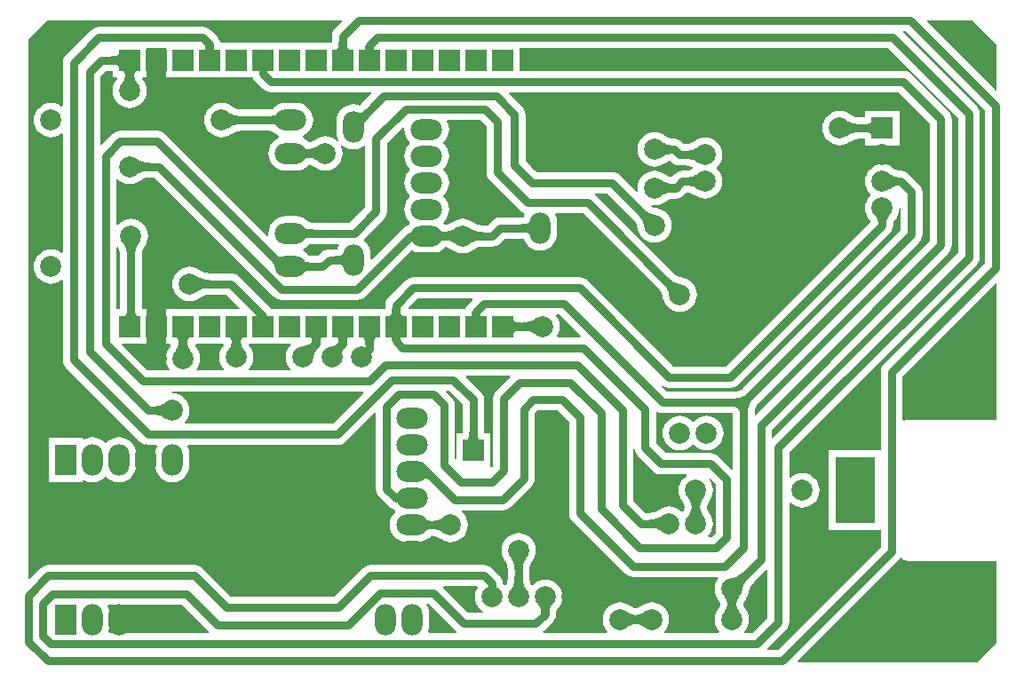
<source format=gbr>
%TF.GenerationSoftware,Altium Limited,Altium Designer,18.1.6 (161)*%
G04 Layer_Physical_Order=2*
G04 Layer_Color=16711680*
%FSLAX44Y44*%
%MOMM*%
%TF.FileFunction,Copper,L2,Bot,Signal*%
%TF.Part,Single*%
G01*
G75*
%TA.AperFunction,Conductor*%
%ADD10C,0.7620*%
%TA.AperFunction,ComponentPad*%
%ADD11C,2.0000*%
%ADD12R,2.0000X2.0000*%
%ADD13O,2.0000X3.0000*%
%ADD14R,2.0000X3.0000*%
%ADD15R,3.8100X6.3500*%
%ADD16O,3.0000X2.0000*%
%ADD17R,2.0000X2.0000*%
%ADD18R,3.0000X2.0000*%
%ADD19O,2.0000X3.0000*%
%TA.AperFunction,ViaPad*%
%ADD20C,2.0000*%
G36*
X592598Y1221771D02*
X585844Y1215016D01*
X584215Y1212894D01*
X583191Y1210422D01*
X582842Y1207770D01*
X582842Y1207770D01*
Y1202822D01*
X582808Y1202669D01*
X582775Y1201415D01*
X582761Y1201260D01*
X476192D01*
X475989Y1202802D01*
X474965Y1205274D01*
X473336Y1207396D01*
X473336Y1207396D01*
X466986Y1213746D01*
X464864Y1215375D01*
X462392Y1216398D01*
X459740Y1216748D01*
X459740Y1216748D01*
X360680D01*
X360680Y1216748D01*
X358028Y1216398D01*
X355556Y1215375D01*
X353434Y1213746D01*
X329304Y1189616D01*
X327675Y1187494D01*
X326651Y1185022D01*
X326302Y1182370D01*
X326302Y1182370D01*
Y1141088D01*
X325154Y1140545D01*
X324087Y1141420D01*
X321247Y1142939D01*
X318165Y1143874D01*
X314960Y1144189D01*
X311755Y1143874D01*
X308673Y1142939D01*
X305833Y1141420D01*
X303343Y1139377D01*
X301300Y1136888D01*
X299781Y1134047D01*
X298846Y1130965D01*
X298531Y1127760D01*
X298846Y1124555D01*
X299781Y1121473D01*
X301300Y1118633D01*
X303343Y1116143D01*
X305833Y1114100D01*
X308673Y1112581D01*
X311755Y1111646D01*
X314960Y1111331D01*
X318165Y1111646D01*
X321247Y1112581D01*
X324087Y1114100D01*
X325154Y1114975D01*
X326302Y1114432D01*
Y1001388D01*
X325154Y1000845D01*
X324087Y1001720D01*
X321247Y1003239D01*
X318165Y1004174D01*
X314960Y1004489D01*
X311755Y1004174D01*
X308673Y1003239D01*
X305833Y1001720D01*
X303343Y999677D01*
X301300Y997188D01*
X299781Y994347D01*
X298846Y991265D01*
X298531Y988060D01*
X298846Y984855D01*
X299781Y981773D01*
X301300Y978932D01*
X303343Y976443D01*
X305833Y974400D01*
X308673Y972881D01*
X311755Y971946D01*
X314960Y971631D01*
X318165Y971946D01*
X321247Y972881D01*
X324087Y974400D01*
X325154Y975275D01*
X326302Y974732D01*
Y899160D01*
X326302Y899160D01*
X326651Y896508D01*
X327675Y894036D01*
X329304Y891914D01*
X400424Y820794D01*
X402546Y819165D01*
X405018Y818141D01*
X407670Y817792D01*
X407670Y817792D01*
X415503D01*
X416156Y816703D01*
X415351Y815197D01*
X414417Y812115D01*
X414101Y808910D01*
Y798910D01*
X414417Y795705D01*
X415351Y792623D01*
X416870Y789782D01*
X418913Y787293D01*
X421403Y785250D01*
X424243Y783732D01*
X427325Y782797D01*
X430530Y782481D01*
X433735Y782797D01*
X436817Y783732D01*
X439658Y785250D01*
X442147Y787293D01*
X444190Y789782D01*
X445709Y792623D01*
X446643Y795705D01*
X446959Y798910D01*
Y808910D01*
X446643Y812115D01*
X445709Y815197D01*
X444904Y816703D01*
X445557Y817792D01*
X588010D01*
X588010Y817792D01*
X590662Y818141D01*
X593134Y819165D01*
X595256Y820794D01*
X623579Y849117D01*
X624752Y848631D01*
Y775970D01*
X624752Y775970D01*
X625102Y773318D01*
X626125Y770846D01*
X627754Y768724D01*
X636644Y759834D01*
X636644Y759834D01*
X638766Y758205D01*
X641033Y757266D01*
X642513Y755463D01*
X643059Y755015D01*
Y753745D01*
X642513Y753297D01*
X640470Y750807D01*
X638951Y747967D01*
X638017Y744885D01*
X637701Y741680D01*
X638017Y738475D01*
X638951Y735393D01*
X640470Y732552D01*
X642513Y730063D01*
X645003Y728020D01*
X647843Y726501D01*
X650925Y725566D01*
X654130Y725251D01*
X664130D01*
X667335Y725566D01*
X670417Y726501D01*
X673258Y728020D01*
X674200Y728793D01*
X674412Y728894D01*
X674665Y729174D01*
X674845Y729323D01*
X675119Y729505D01*
X675181Y729598D01*
X675747Y730063D01*
X676609Y731113D01*
X678658Y731298D01*
X679009Y731269D01*
X680057Y731119D01*
X681041Y730915D01*
X681965Y730660D01*
X682836Y730354D01*
X683659Y729999D01*
X684442Y729594D01*
X685189Y729136D01*
X686095Y728489D01*
X686463Y728322D01*
X686833Y728020D01*
X689673Y726501D01*
X692755Y725566D01*
X695960Y725251D01*
X699165Y725566D01*
X702247Y726501D01*
X705088Y728020D01*
X707577Y730063D01*
X709620Y732552D01*
X711139Y735393D01*
X712074Y738475D01*
X712389Y741680D01*
X712074Y744885D01*
X711139Y747967D01*
X709620Y750807D01*
X707577Y753297D01*
X706365Y754292D01*
X706819Y755562D01*
X745490D01*
X745490Y755562D01*
X748142Y755911D01*
X750614Y756935D01*
X752736Y758564D01*
X773056Y778884D01*
X774685Y781006D01*
X775708Y783478D01*
X776058Y786130D01*
X776058Y786130D01*
Y847925D01*
X778945Y850812D01*
X798395D01*
X808902Y840305D01*
Y753110D01*
X808902Y753110D01*
X809251Y750458D01*
X810275Y747986D01*
X811904Y745864D01*
X862704Y695064D01*
X864826Y693435D01*
X867298Y692411D01*
X869950Y692062D01*
X950602D01*
X951145Y690914D01*
X950270Y689847D01*
X948752Y687007D01*
X947816Y683925D01*
X947501Y680720D01*
X947816Y677515D01*
X948752Y674433D01*
X950270Y671592D01*
X950572Y671224D01*
X950739Y670855D01*
X951386Y669949D01*
X951844Y669202D01*
X952249Y668419D01*
X952604Y667596D01*
X952910Y666725D01*
X953078Y666115D01*
X952910Y665505D01*
X952604Y664634D01*
X952249Y663811D01*
X951844Y663028D01*
X951386Y662281D01*
X950739Y661375D01*
X950572Y661006D01*
X950270Y660638D01*
X948752Y657797D01*
X947816Y654715D01*
X947501Y651510D01*
X947816Y648305D01*
X948752Y645223D01*
X950270Y642383D01*
X952087Y640168D01*
X951686Y638898D01*
X899974D01*
X899573Y640168D01*
X901390Y642383D01*
X902908Y645223D01*
X903844Y648305D01*
X904159Y651510D01*
X903844Y654715D01*
X902908Y657797D01*
X901390Y660638D01*
X899347Y663127D01*
X896858Y665170D01*
X894017Y666689D01*
X890935Y667624D01*
X887730Y667939D01*
X884525Y667624D01*
X881443Y666689D01*
X878603Y665170D01*
X878234Y664868D01*
X877865Y664701D01*
X876959Y664054D01*
X876211Y663596D01*
X875429Y663191D01*
X874606Y662836D01*
X873735Y662530D01*
X872811Y662275D01*
X872490Y662208D01*
X872169Y662275D01*
X871245Y662530D01*
X870374Y662836D01*
X869551Y663191D01*
X868768Y663596D01*
X868021Y664054D01*
X867115Y664701D01*
X866747Y664868D01*
X866377Y665170D01*
X863537Y666689D01*
X860455Y667624D01*
X857250Y667939D01*
X854045Y667624D01*
X850963Y666689D01*
X848122Y665170D01*
X845633Y663127D01*
X843590Y660638D01*
X842072Y657797D01*
X841136Y654715D01*
X840821Y651510D01*
X841136Y648305D01*
X842072Y645223D01*
X843590Y642383D01*
X845407Y640168D01*
X845006Y638898D01*
X784434D01*
X784025Y640100D01*
X784486Y640454D01*
X793376Y649344D01*
X793376Y649344D01*
X795005Y651466D01*
X796029Y653938D01*
X796281Y655857D01*
X796413Y656453D01*
X796437Y657580D01*
X796496Y658448D01*
X796585Y659184D01*
X796696Y659781D01*
X796814Y660235D01*
X796922Y660544D01*
X796999Y660712D01*
X797004Y660720D01*
X797187Y660900D01*
X797199Y660919D01*
X797218Y660931D01*
X797392Y661191D01*
X797747Y661483D01*
X799790Y663972D01*
X801309Y666813D01*
X802243Y669895D01*
X802559Y673100D01*
X802243Y676305D01*
X801309Y679387D01*
X799790Y682227D01*
X797747Y684717D01*
X795257Y686760D01*
X792417Y688279D01*
X789335Y689213D01*
X786130Y689529D01*
X782925Y689213D01*
X779843Y688279D01*
X777002Y686760D01*
X774513Y684717D01*
X774358Y684528D01*
X772816Y684619D01*
X772411Y685401D01*
X772056Y686224D01*
X771750Y687095D01*
X771495Y688019D01*
X771291Y689003D01*
X771141Y690051D01*
X771048Y691165D01*
X771012Y692519D01*
X770978Y692671D01*
Y697979D01*
X771012Y698131D01*
X771048Y699485D01*
X771141Y700599D01*
X771291Y701647D01*
X771495Y702631D01*
X771750Y703555D01*
X772056Y704426D01*
X772411Y705249D01*
X772816Y706031D01*
X773274Y706779D01*
X773921Y707685D01*
X774088Y708054D01*
X774390Y708422D01*
X775909Y711263D01*
X776843Y714345D01*
X777159Y717550D01*
X776843Y720755D01*
X775909Y723837D01*
X774390Y726677D01*
X772347Y729167D01*
X769857Y731210D01*
X767017Y732729D01*
X763935Y733663D01*
X760730Y733979D01*
X757525Y733663D01*
X754443Y732729D01*
X751602Y731210D01*
X749113Y729167D01*
X747070Y726677D01*
X745552Y723837D01*
X744616Y720755D01*
X744301Y717550D01*
X744616Y714345D01*
X745552Y711263D01*
X747070Y708422D01*
X747372Y708054D01*
X747539Y707685D01*
X748186Y706779D01*
X748644Y706031D01*
X749049Y705249D01*
X749404Y704426D01*
X749710Y703555D01*
X749965Y702631D01*
X750169Y701647D01*
X750319Y700600D01*
X750412Y699485D01*
X750448Y698131D01*
X750482Y697979D01*
Y692671D01*
X750448Y692519D01*
X750412Y691165D01*
X750319Y690051D01*
X750169Y689003D01*
X749965Y688019D01*
X749710Y687095D01*
X749404Y686224D01*
X749049Y685401D01*
X748644Y684619D01*
X747102Y684528D01*
X746947Y684717D01*
X745572Y685846D01*
X745229Y688452D01*
X744205Y690924D01*
X742576Y693046D01*
X734956Y700666D01*
X732834Y702295D01*
X730362Y703318D01*
X727710Y703668D01*
X727710Y703668D01*
X619760D01*
X617108Y703318D01*
X614636Y702295D01*
X612514Y700666D01*
X612514Y700666D01*
X585035Y673188D01*
X486845D01*
X459366Y700666D01*
X457244Y702295D01*
X454772Y703318D01*
X452120Y703668D01*
X452120Y703668D01*
X312420D01*
X309768Y703318D01*
X307296Y702295D01*
X305174Y700666D01*
X294609Y690101D01*
X293436Y690587D01*
X293436Y1204586D01*
X311793Y1222944D01*
X592113D01*
X592598Y1221771D01*
D02*
G37*
G36*
X622491Y1194849D02*
X614490D01*
X614526Y1194889D01*
X614558Y1195010D01*
X614587Y1195212D01*
X614611Y1195494D01*
X614672Y1197429D01*
X614680Y1198880D01*
X622300D01*
X622491Y1194849D01*
D02*
G37*
G36*
X596938Y1201046D02*
X597052Y1199745D01*
X597243Y1198598D01*
X597510Y1197603D01*
X597853Y1196762D01*
X598272Y1196073D01*
X598767Y1195538D01*
X599338Y1195155D01*
X599986Y1194926D01*
X600710Y1194849D01*
X585470D01*
X586194Y1194926D01*
X586842Y1195155D01*
X587413Y1195538D01*
X587908Y1196073D01*
X588327Y1196762D01*
X588670Y1197603D01*
X588937Y1198598D01*
X589128Y1199745D01*
X589242Y1201046D01*
X589280Y1202499D01*
X596900D01*
X596938Y1201046D01*
D02*
G37*
G36*
X469915Y1199143D02*
X470031Y1197447D01*
X470134Y1196757D01*
X470265Y1196174D01*
X470426Y1195697D01*
X470616Y1195326D01*
X470835Y1195061D01*
X471083Y1194902D01*
X471361Y1194849D01*
X460820D01*
X461097Y1194902D01*
X461345Y1195061D01*
X461564Y1195326D01*
X461754Y1195697D01*
X461915Y1196174D01*
X462046Y1196757D01*
X462149Y1197447D01*
X462222Y1198242D01*
X462280Y1200150D01*
X469900D01*
X469915Y1199143D01*
D02*
G37*
G36*
X379951Y1177290D02*
X379874Y1178014D01*
X379645Y1178662D01*
X379262Y1179233D01*
X378727Y1179728D01*
X378038Y1180147D01*
X377197Y1180490D01*
X376202Y1180757D01*
X375055Y1180948D01*
X373754Y1181062D01*
X372300Y1181100D01*
Y1188720D01*
X373754Y1188758D01*
X375055Y1188872D01*
X376202Y1189063D01*
X377197Y1189330D01*
X378038Y1189672D01*
X378727Y1190092D01*
X379262Y1190587D01*
X379645Y1191158D01*
X379874Y1191806D01*
X379951Y1192530D01*
Y1177290D01*
D02*
G37*
G36*
X393700Y1174940D02*
X397510D01*
X396786Y1174864D01*
X396138Y1174636D01*
X395567Y1174255D01*
X395072Y1173721D01*
X394652Y1173036D01*
X394310Y1172197D01*
X394043Y1171207D01*
X394002Y1170962D01*
X394070Y1170486D01*
X394358Y1169098D01*
X394729Y1167758D01*
X395181Y1166469D01*
X395716Y1165228D01*
X396333Y1164036D01*
X397032Y1162893D01*
X397814Y1161800D01*
X381966D01*
X382748Y1162893D01*
X383447Y1164036D01*
X384064Y1165228D01*
X384599Y1166469D01*
X385051Y1167758D01*
X385422Y1169098D01*
X385710Y1170486D01*
X385778Y1170962D01*
X385737Y1171207D01*
X385470Y1172197D01*
X385127Y1173036D01*
X384708Y1173721D01*
X384213Y1174255D01*
X383642Y1174636D01*
X382994Y1174864D01*
X382270Y1174940D01*
X386080D01*
X386080Y1174946D01*
X393700D01*
X393700Y1174940D01*
D02*
G37*
G36*
X1216594Y1199506D02*
Y1156677D01*
X1215421Y1156191D01*
X1149842Y1221771D01*
X1150328Y1222944D01*
X1193156D01*
X1216594Y1199506D01*
D02*
G37*
G36*
X424340Y1168560D02*
X507405D01*
X508015Y1167086D01*
X509644Y1164964D01*
X517264Y1157344D01*
X519386Y1155715D01*
X521858Y1154691D01*
X524510Y1154342D01*
X620031D01*
X620517Y1153169D01*
X611162Y1143815D01*
X611023Y1143726D01*
X609771Y1142523D01*
X608921Y1141782D01*
X608865Y1141793D01*
X608780Y1141818D01*
X608445Y1141981D01*
X608192Y1141996D01*
X606455Y1142523D01*
X603250Y1142839D01*
X600045Y1142523D01*
X596963Y1141589D01*
X594123Y1140070D01*
X591633Y1138027D01*
X589590Y1135537D01*
X588072Y1132697D01*
X587136Y1129615D01*
X586821Y1126410D01*
Y1116410D01*
X587136Y1113205D01*
X588072Y1110123D01*
X588785Y1108787D01*
X587784Y1107966D01*
X585708Y1109670D01*
X582867Y1111189D01*
X579785Y1112123D01*
X576580Y1112439D01*
X573375Y1112123D01*
X570293Y1111189D01*
X567453Y1109670D01*
X567084Y1109368D01*
X566715Y1109201D01*
X565809Y1108554D01*
X565061Y1108096D01*
X564279Y1107691D01*
X563456Y1107336D01*
X562585Y1107030D01*
X561661Y1106775D01*
X560991Y1106636D01*
X560177Y1107627D01*
X559610Y1108092D01*
X559549Y1108185D01*
X559275Y1108367D01*
X559095Y1108515D01*
X558842Y1108796D01*
X558630Y1108897D01*
X557687Y1109670D01*
X554847Y1111189D01*
X554645Y1111250D01*
Y1112520D01*
X554847Y1112581D01*
X557687Y1114100D01*
X560177Y1116143D01*
X562220Y1118633D01*
X563739Y1121473D01*
X564673Y1124555D01*
X564989Y1127760D01*
X564673Y1130965D01*
X563739Y1134047D01*
X562220Y1136888D01*
X560177Y1139377D01*
X557687Y1141420D01*
X554847Y1142939D01*
X551765Y1143874D01*
X548560Y1144189D01*
X538560D01*
X535355Y1143874D01*
X532273Y1142939D01*
X529432Y1141420D01*
X528490Y1140647D01*
X528278Y1140546D01*
X528025Y1140266D01*
X527845Y1140117D01*
X527571Y1139934D01*
X527509Y1139842D01*
X526943Y1139377D01*
X526081Y1138327D01*
X523314Y1138077D01*
X521554Y1138043D01*
X521392Y1138008D01*
X497091D01*
X496939Y1138042D01*
X495585Y1138078D01*
X494471Y1138171D01*
X493423Y1138321D01*
X492439Y1138525D01*
X491515Y1138780D01*
X490644Y1139086D01*
X489821Y1139441D01*
X489039Y1139846D01*
X488291Y1140304D01*
X487385Y1140951D01*
X487016Y1141118D01*
X486647Y1141420D01*
X483807Y1142939D01*
X480725Y1143874D01*
X477520Y1144189D01*
X474315Y1143874D01*
X471233Y1142939D01*
X468392Y1141420D01*
X465903Y1139377D01*
X463860Y1136888D01*
X462341Y1134047D01*
X461407Y1130965D01*
X461091Y1127760D01*
X461407Y1124555D01*
X462341Y1121473D01*
X463860Y1118633D01*
X465903Y1116143D01*
X468392Y1114100D01*
X471233Y1112581D01*
X474315Y1111646D01*
X477520Y1111331D01*
X480725Y1111646D01*
X483807Y1112581D01*
X486647Y1114100D01*
X487016Y1114402D01*
X487385Y1114569D01*
X488291Y1115216D01*
X489039Y1115674D01*
X489821Y1116079D01*
X490644Y1116434D01*
X491515Y1116740D01*
X492439Y1116995D01*
X493423Y1117199D01*
X494470Y1117349D01*
X495585Y1117442D01*
X496939Y1117478D01*
X497091Y1117512D01*
X521392D01*
X521554Y1117477D01*
X523399Y1117442D01*
X524854Y1117349D01*
X526011Y1117209D01*
X526078Y1117196D01*
X526943Y1116143D01*
X527509Y1115678D01*
X527571Y1115585D01*
X527845Y1115403D01*
X528025Y1115255D01*
X528278Y1114974D01*
X528490Y1114873D01*
X529432Y1114100D01*
X532273Y1112581D01*
X532476Y1112520D01*
Y1111250D01*
X532273Y1111189D01*
X529432Y1109670D01*
X526943Y1107627D01*
X524900Y1105137D01*
X523382Y1102297D01*
X522447Y1099215D01*
X522131Y1096010D01*
X522447Y1092805D01*
X523382Y1089723D01*
X524900Y1086882D01*
X526943Y1084393D01*
X529432Y1082350D01*
X532273Y1080832D01*
X535355Y1079896D01*
X538560Y1079581D01*
X548560D01*
X551765Y1079896D01*
X554847Y1080832D01*
X557687Y1082350D01*
X558630Y1083123D01*
X558842Y1083224D01*
X559095Y1083504D01*
X559275Y1083653D01*
X559549Y1083836D01*
X559610Y1083928D01*
X560177Y1084393D01*
X560991Y1085384D01*
X561661Y1085245D01*
X562585Y1084990D01*
X563456Y1084684D01*
X564279Y1084329D01*
X565061Y1083924D01*
X565809Y1083466D01*
X566715Y1082819D01*
X567084Y1082652D01*
X567453Y1082350D01*
X570293Y1080832D01*
X573375Y1079896D01*
X576580Y1079581D01*
X579785Y1079896D01*
X582867Y1080832D01*
X585708Y1082350D01*
X588197Y1084393D01*
X590240Y1086882D01*
X591758Y1089723D01*
X592693Y1092805D01*
X593009Y1096010D01*
X592693Y1099215D01*
X591758Y1102297D01*
X591045Y1103633D01*
X592046Y1104454D01*
X594123Y1102750D01*
X596963Y1101232D01*
X600045Y1100297D01*
X603250Y1099981D01*
X606455Y1100297D01*
X609537Y1101232D01*
X612378Y1102750D01*
X613444Y1103625D01*
X614592Y1103082D01*
Y1044629D01*
X600021Y1030058D01*
X565728D01*
X565566Y1030093D01*
X563721Y1030128D01*
X562266Y1030221D01*
X561109Y1030361D01*
X561042Y1030374D01*
X560177Y1031427D01*
X559610Y1031892D01*
X559549Y1031984D01*
X559275Y1032167D01*
X559095Y1032315D01*
X558842Y1032596D01*
X558630Y1032697D01*
X557687Y1033470D01*
X554847Y1034988D01*
X551765Y1035923D01*
X548560Y1036239D01*
X538560D01*
X535355Y1035923D01*
X532273Y1034988D01*
X529432Y1033470D01*
X526943Y1031427D01*
X524900Y1028938D01*
X523382Y1026097D01*
X522447Y1023015D01*
X522131Y1019810D01*
X522311Y1017977D01*
X521092Y1017400D01*
X423806Y1114686D01*
X421684Y1116315D01*
X419212Y1117338D01*
X416560Y1117688D01*
X416560Y1117688D01*
X381000D01*
X378348Y1117338D01*
X375876Y1116315D01*
X373754Y1114686D01*
X373754Y1114686D01*
X363211Y1104143D01*
X362038Y1104630D01*
Y1169235D01*
X367465Y1174662D01*
X371978D01*
X372131Y1174628D01*
X373385Y1174595D01*
X373540Y1174581D01*
Y1168560D01*
X377068D01*
X377841Y1167290D01*
X377804Y1167218D01*
X377346Y1166471D01*
X376699Y1165565D01*
X376532Y1165197D01*
X376230Y1164827D01*
X374711Y1161987D01*
X373777Y1158905D01*
X373461Y1155700D01*
X373777Y1152495D01*
X374711Y1149413D01*
X376230Y1146572D01*
X378273Y1144083D01*
X380762Y1142040D01*
X383603Y1140521D01*
X386685Y1139586D01*
X389890Y1139271D01*
X393095Y1139586D01*
X396177Y1140521D01*
X399017Y1142040D01*
X401507Y1144083D01*
X403550Y1146572D01*
X405069Y1149413D01*
X406003Y1152495D01*
X406319Y1155700D01*
X406003Y1158905D01*
X405069Y1161987D01*
X403550Y1164827D01*
X403248Y1165196D01*
X403081Y1165565D01*
X402434Y1166471D01*
X401976Y1167218D01*
X401939Y1167290D01*
X402711Y1168560D01*
X406240D01*
Y1196252D01*
X424340D01*
Y1168560D01*
D02*
G37*
G36*
X618656Y1131428D02*
X617338Y1130056D01*
X615219Y1127509D01*
X614418Y1126333D01*
X613790Y1125223D01*
X613335Y1124178D01*
X613052Y1123198D01*
X612941Y1122284D01*
X613003Y1121435D01*
X613237Y1120651D01*
X606803Y1135719D01*
X607179Y1135075D01*
X607665Y1134649D01*
X608261Y1134439D01*
X608967Y1134447D01*
X609782Y1134672D01*
X610708Y1135115D01*
X611743Y1135775D01*
X612888Y1136651D01*
X614144Y1137745D01*
X615509Y1139057D01*
X618656Y1131428D01*
D02*
G37*
G36*
X532149Y1120164D02*
X532045Y1120883D01*
X531730Y1121527D01*
X531207Y1122095D01*
X530474Y1122587D01*
X529531Y1123003D01*
X528380Y1123344D01*
X527018Y1123609D01*
X525447Y1123799D01*
X523667Y1123912D01*
X521678Y1123950D01*
Y1131570D01*
X523667Y1131608D01*
X527018Y1131911D01*
X528380Y1132176D01*
X529531Y1132517D01*
X530474Y1132933D01*
X531207Y1133425D01*
X531730Y1133993D01*
X532045Y1134637D01*
X532149Y1135356D01*
Y1120164D01*
D02*
G37*
G36*
X484713Y1134902D02*
X485856Y1134203D01*
X487048Y1133586D01*
X488288Y1133051D01*
X489579Y1132598D01*
X490918Y1132228D01*
X492306Y1131940D01*
X493743Y1131735D01*
X495230Y1131611D01*
X496766Y1131570D01*
Y1123950D01*
X495230Y1123909D01*
X493743Y1123785D01*
X492306Y1123580D01*
X490918Y1123292D01*
X489579Y1122922D01*
X488288Y1122469D01*
X487048Y1121934D01*
X485856Y1121317D01*
X484713Y1120618D01*
X483620Y1119836D01*
Y1135684D01*
X484713Y1134902D01*
D02*
G37*
G36*
X570480Y1088086D02*
X569387Y1088868D01*
X568244Y1089567D01*
X567052Y1090184D01*
X565812Y1090719D01*
X564521Y1091171D01*
X563182Y1091542D01*
X561794Y1091830D01*
X561013Y1091942D01*
X560102Y1091859D01*
X558741Y1091594D01*
X557589Y1091253D01*
X556646Y1090837D01*
X555913Y1090345D01*
X555390Y1089777D01*
X555075Y1089133D01*
X554971Y1088414D01*
Y1103606D01*
X555075Y1102887D01*
X555390Y1102243D01*
X555913Y1101675D01*
X556646Y1101183D01*
X557589Y1100767D01*
X558741Y1100426D01*
X560102Y1100161D01*
X560909Y1100064D01*
X561794Y1100190D01*
X563182Y1100478D01*
X564521Y1100848D01*
X565812Y1101301D01*
X567052Y1101836D01*
X568244Y1102453D01*
X569387Y1103152D01*
X570480Y1103934D01*
Y1088086D01*
D02*
G37*
G36*
X897436Y1106991D02*
X898589Y1106286D01*
X899785Y1105663D01*
X901022Y1105124D01*
X902301Y1104667D01*
X903621Y1104294D01*
X904983Y1104004D01*
X906387Y1103796D01*
X907833Y1103671D01*
X909320Y1103630D01*
Y1096010D01*
X907833Y1095968D01*
X906387Y1095844D01*
X904983Y1095637D01*
X903621Y1095346D01*
X902301Y1094973D01*
X901022Y1094516D01*
X899785Y1093977D01*
X898589Y1093354D01*
X897436Y1092649D01*
X896324Y1091861D01*
Y1107779D01*
X897436Y1106991D01*
D02*
G37*
G36*
X932430Y1086816D02*
X931337Y1087598D01*
X930194Y1088297D01*
X929002Y1088914D01*
X927762Y1089449D01*
X926471Y1089902D01*
X925132Y1090272D01*
X923744Y1090560D01*
X922307Y1090765D01*
X920820Y1090889D01*
X919284Y1090930D01*
Y1098550D01*
X920820Y1098591D01*
X922307Y1098715D01*
X923744Y1098920D01*
X925132Y1099208D01*
X926471Y1099578D01*
X927762Y1100031D01*
X929002Y1100566D01*
X930194Y1101183D01*
X931337Y1101882D01*
X932430Y1102664D01*
Y1086816D01*
D02*
G37*
G36*
X397083Y1090452D02*
X398226Y1089753D01*
X399418Y1089136D01*
X400658Y1088601D01*
X401949Y1088148D01*
X403288Y1087778D01*
X404676Y1087490D01*
X406113Y1087285D01*
X407600Y1087161D01*
X409136Y1087120D01*
Y1079500D01*
X407600Y1079459D01*
X406113Y1079335D01*
X404676Y1079130D01*
X403288Y1078842D01*
X401949Y1078472D01*
X400658Y1078019D01*
X399418Y1077484D01*
X398226Y1076867D01*
X397083Y1076168D01*
X395990Y1075386D01*
Y1091234D01*
X397083Y1090452D01*
D02*
G37*
G36*
X1114723Y1076366D02*
X1115756Y1075691D01*
X1116822Y1075095D01*
X1117922Y1074579D01*
X1119055Y1074143D01*
X1120221Y1073785D01*
X1121421Y1073507D01*
X1122654Y1073309D01*
X1123920Y1073190D01*
X1125220Y1073150D01*
Y1065530D01*
X1123920Y1065490D01*
X1122654Y1065371D01*
X1121421Y1065173D01*
X1120221Y1064895D01*
X1119055Y1064538D01*
X1117922Y1064101D01*
X1116822Y1063585D01*
X1115756Y1062989D01*
X1114723Y1062314D01*
X1113723Y1061560D01*
Y1077120D01*
X1114723Y1076366D01*
D02*
G37*
G36*
X932430Y1061416D02*
X931337Y1062198D01*
X930194Y1062897D01*
X929002Y1063514D01*
X927762Y1064049D01*
X926471Y1064501D01*
X925132Y1064872D01*
X923744Y1065160D01*
X922307Y1065365D01*
X920820Y1065489D01*
X919284Y1065530D01*
Y1073150D01*
X920820Y1073191D01*
X922307Y1073315D01*
X923744Y1073520D01*
X925132Y1073808D01*
X926471Y1074178D01*
X927762Y1074631D01*
X929002Y1075166D01*
X930194Y1075783D01*
X931337Y1076482D01*
X932430Y1077264D01*
Y1061416D01*
D02*
G37*
G36*
X897463Y1070132D02*
X898606Y1069433D01*
X899798Y1068816D01*
X901039Y1068281D01*
X902328Y1067829D01*
X903668Y1067458D01*
X905056Y1067170D01*
X906493Y1066965D01*
X907980Y1066841D01*
X909516Y1066800D01*
Y1059180D01*
X907980Y1059139D01*
X906493Y1059015D01*
X905056Y1058810D01*
X903668Y1058522D01*
X902328Y1058151D01*
X901039Y1057699D01*
X899798Y1057164D01*
X898606Y1056547D01*
X897463Y1055848D01*
X896370Y1055066D01*
Y1070914D01*
X897463Y1070132D01*
D02*
G37*
G36*
X730162Y1122245D02*
Y1078230D01*
X730162Y1078230D01*
X730511Y1075578D01*
X731535Y1073106D01*
X733164Y1070984D01*
X762374Y1041774D01*
X762374Y1041774D01*
X764496Y1040145D01*
X766180Y1039448D01*
X766797Y1037997D01*
X766779Y1037875D01*
X765872Y1036177D01*
X765604Y1035295D01*
X765534Y1035284D01*
X764591Y1035206D01*
X763251Y1035172D01*
X763097Y1035138D01*
X743367D01*
X740714Y1034789D01*
X738243Y1033765D01*
X736120Y1032136D01*
X731502Y1027518D01*
X726961D01*
X726809Y1027552D01*
X725455Y1027588D01*
X724341Y1027681D01*
X723293Y1027831D01*
X722309Y1028035D01*
X721385Y1028290D01*
X720514Y1028596D01*
X719691Y1028951D01*
X718908Y1029356D01*
X718161Y1029814D01*
X717255Y1030461D01*
X716887Y1030628D01*
X716517Y1030930D01*
X713677Y1032449D01*
X710595Y1033383D01*
X707390Y1033699D01*
X704185Y1033383D01*
X701103Y1032449D01*
X698262Y1030930D01*
X697894Y1030628D01*
X697525Y1030461D01*
X696619Y1029814D01*
X695872Y1029356D01*
X695089Y1028951D01*
X694266Y1028596D01*
X693395Y1028290D01*
X692471Y1028035D01*
X691487Y1027831D01*
X691065Y1027770D01*
X690649Y1027821D01*
X690582Y1027834D01*
X689717Y1028887D01*
X689399Y1029148D01*
X689217Y1030164D01*
X689295Y1030604D01*
X689379Y1030776D01*
X689717Y1031053D01*
X691760Y1033542D01*
X693279Y1036383D01*
X694213Y1039465D01*
X694529Y1042670D01*
X694213Y1045875D01*
X693279Y1048957D01*
X691760Y1051797D01*
X689717Y1054287D01*
X689171Y1054735D01*
Y1056005D01*
X689717Y1056453D01*
X691760Y1058942D01*
X693279Y1061783D01*
X694213Y1064865D01*
X694529Y1068070D01*
X694213Y1071275D01*
X693279Y1074357D01*
X691760Y1077197D01*
X689717Y1079687D01*
X689171Y1080135D01*
Y1081405D01*
X689717Y1081853D01*
X691760Y1084342D01*
X693279Y1087183D01*
X694213Y1090265D01*
X694529Y1093470D01*
X694213Y1096675D01*
X693279Y1099757D01*
X691760Y1102598D01*
X689717Y1105087D01*
X689171Y1105535D01*
Y1106805D01*
X689717Y1107253D01*
X691760Y1109743D01*
X693279Y1112583D01*
X694213Y1115665D01*
X694529Y1118870D01*
X694213Y1122075D01*
X693279Y1125157D01*
X692468Y1126673D01*
X693121Y1127762D01*
X724645D01*
X730162Y1122245D01*
D02*
G37*
G36*
X1113437Y1035843D02*
X1112978Y1035251D01*
X1112573Y1034574D01*
X1112222Y1033811D01*
X1111925Y1032962D01*
X1111682Y1032027D01*
X1111493Y1031006D01*
X1111358Y1029900D01*
X1111277Y1028708D01*
X1111250Y1027430D01*
X1103630D01*
X1103603Y1028708D01*
X1103387Y1031006D01*
X1103198Y1032027D01*
X1102955Y1032962D01*
X1102658Y1033811D01*
X1102307Y1034574D01*
X1101902Y1035251D01*
X1101443Y1035843D01*
X1100930Y1036349D01*
X1113950D01*
X1113437Y1035843D01*
D02*
G37*
G36*
X880470Y1042676D02*
X881609Y1041712D01*
X882771Y1040841D01*
X883956Y1040063D01*
X885165Y1039378D01*
X886397Y1038786D01*
X887652Y1038287D01*
X888931Y1037880D01*
X890234Y1037567D01*
X891560Y1037346D01*
X880353Y1026140D01*
X880133Y1027466D01*
X879820Y1028769D01*
X879413Y1030048D01*
X878914Y1031303D01*
X878322Y1032535D01*
X877637Y1033744D01*
X876859Y1034929D01*
X875988Y1036091D01*
X875024Y1037230D01*
X873967Y1038345D01*
X879355Y1043733D01*
X880470Y1042676D01*
D02*
G37*
G36*
X701290Y1009346D02*
X700197Y1010128D01*
X699054Y1010827D01*
X697862Y1011444D01*
X696621Y1011979D01*
X695331Y1012431D01*
X693992Y1012802D01*
X692604Y1013090D01*
X691331Y1013272D01*
X689642Y1013119D01*
X688280Y1012854D01*
X687129Y1012513D01*
X686186Y1012097D01*
X685453Y1011605D01*
X684930Y1011037D01*
X684615Y1010393D01*
X684511Y1009674D01*
Y1024866D01*
X684615Y1024147D01*
X684930Y1023503D01*
X685453Y1022935D01*
X686186Y1022443D01*
X687129Y1022027D01*
X688280Y1021686D01*
X689642Y1021421D01*
X691129Y1021242D01*
X691167Y1021245D01*
X692604Y1021450D01*
X693992Y1021738D01*
X695331Y1022109D01*
X696621Y1022561D01*
X697862Y1023096D01*
X699054Y1023713D01*
X700197Y1024412D01*
X701290Y1025194D01*
Y1009346D01*
D02*
G37*
G36*
X771456Y1017279D02*
X771375Y1018001D01*
X771134Y1018647D01*
X770732Y1019217D01*
X770169Y1019712D01*
X769445Y1020130D01*
X768560Y1020472D01*
X767514Y1020738D01*
X766308Y1020928D01*
X764940Y1021042D01*
X763412Y1021080D01*
Y1028700D01*
X764940Y1028738D01*
X766308Y1028852D01*
X767514Y1029042D01*
X768560Y1029308D01*
X769445Y1029650D01*
X770169Y1030068D01*
X770732Y1030563D01*
X771134Y1031133D01*
X771375Y1031779D01*
X771456Y1032501D01*
Y1017279D01*
D02*
G37*
G36*
X555075Y1026687D02*
X555390Y1026043D01*
X555913Y1025475D01*
X556646Y1024983D01*
X557589Y1024567D01*
X558741Y1024226D01*
X560102Y1023961D01*
X561673Y1023772D01*
X563453Y1023658D01*
X565442Y1023620D01*
Y1016000D01*
X563453Y1015962D01*
X560102Y1015659D01*
X558741Y1015394D01*
X557589Y1015053D01*
X556646Y1014637D01*
X555913Y1014145D01*
X555390Y1013577D01*
X555075Y1012933D01*
X554971Y1012214D01*
Y1027406D01*
X555075Y1026687D01*
D02*
G37*
G36*
X714583Y1024412D02*
X715726Y1023713D01*
X716918Y1023096D01*
X718158Y1022561D01*
X719448Y1022109D01*
X720788Y1021738D01*
X722176Y1021450D01*
X723613Y1021245D01*
X725100Y1021121D01*
X726636Y1021080D01*
Y1013460D01*
X725100Y1013419D01*
X723613Y1013295D01*
X722176Y1013090D01*
X720788Y1012802D01*
X719448Y1012431D01*
X718158Y1011979D01*
X716918Y1011444D01*
X715726Y1010827D01*
X714583Y1010128D01*
X713490Y1009346D01*
Y1025194D01*
X714583Y1024412D01*
D02*
G37*
G36*
X589459Y1008292D02*
X588072Y1005697D01*
X587804Y1004815D01*
X587734Y1004804D01*
X586791Y1004726D01*
X585451Y1004692D01*
X585297Y1004658D01*
X580390D01*
X577738Y1004308D01*
X575266Y1003285D01*
X573144Y1001656D01*
X573144Y1001656D01*
X569795Y998308D01*
X565728D01*
X565566Y998343D01*
X563721Y998378D01*
X562266Y998471D01*
X561109Y998611D01*
X561042Y998624D01*
X560177Y999677D01*
X559610Y1000142D01*
X559549Y1000235D01*
X559275Y1000417D01*
X559095Y1000565D01*
X558842Y1000846D01*
X558630Y1000947D01*
X557687Y1001720D01*
X554847Y1003239D01*
X554645Y1003300D01*
Y1004570D01*
X554847Y1004632D01*
X557687Y1006150D01*
X558630Y1006923D01*
X558842Y1007024D01*
X559095Y1007305D01*
X559275Y1007453D01*
X559549Y1007635D01*
X559610Y1007728D01*
X560177Y1008193D01*
X561039Y1009243D01*
X563806Y1009493D01*
X565566Y1009527D01*
X565728Y1009562D01*
X588989D01*
X589459Y1008292D01*
D02*
G37*
G36*
X398302Y1010077D02*
X397603Y1008934D01*
X396986Y1007742D01*
X396451Y1006501D01*
X395998Y1005211D01*
X395628Y1003872D01*
X395340Y1002484D01*
X395135Y1001047D01*
X395011Y999560D01*
X394970Y998024D01*
X387350D01*
X387309Y999560D01*
X387185Y1001047D01*
X386980Y1002484D01*
X386692Y1003872D01*
X386321Y1005211D01*
X385869Y1006501D01*
X385334Y1007742D01*
X384717Y1008934D01*
X384018Y1010077D01*
X383236Y1011170D01*
X399084D01*
X398302Y1010077D01*
D02*
G37*
G36*
X651851Y1120703D02*
X651671Y1118870D01*
X651987Y1115665D01*
X652922Y1112583D01*
X654440Y1109743D01*
X656483Y1107253D01*
X657029Y1106805D01*
Y1105535D01*
X656483Y1105087D01*
X654440Y1102598D01*
X652922Y1099757D01*
X651987Y1096675D01*
X651671Y1093470D01*
X651987Y1090265D01*
X652922Y1087183D01*
X654440Y1084342D01*
X656483Y1081853D01*
X657029Y1081405D01*
Y1080135D01*
X656483Y1079687D01*
X654440Y1077197D01*
X652922Y1074357D01*
X651987Y1071275D01*
X651671Y1068070D01*
X651987Y1064865D01*
X652922Y1061783D01*
X654440Y1058942D01*
X656483Y1056453D01*
X657029Y1056005D01*
Y1054735D01*
X656483Y1054287D01*
X654440Y1051797D01*
X652922Y1048957D01*
X651987Y1045875D01*
X651671Y1042670D01*
X651987Y1039465D01*
X652922Y1036383D01*
X654440Y1033542D01*
X656483Y1031053D01*
X657029Y1030605D01*
Y1029335D01*
X656483Y1028887D01*
X655003Y1027084D01*
X652736Y1026145D01*
X650614Y1024516D01*
X620853Y994755D01*
X619679Y995241D01*
Y999410D01*
X619364Y1002615D01*
X618428Y1005697D01*
X616910Y1008538D01*
X614867Y1011027D01*
X613167Y1012422D01*
X613043Y1014095D01*
X632086Y1033138D01*
X633715Y1035260D01*
X634739Y1037732D01*
X635088Y1040384D01*
X635088Y1040384D01*
Y1105735D01*
X650632Y1121280D01*
X651851Y1120703D01*
D02*
G37*
G36*
X593656Y986799D02*
X593575Y987521D01*
X593334Y988167D01*
X592932Y988737D01*
X592369Y989232D01*
X591645Y989650D01*
X590760Y989992D01*
X589715Y990258D01*
X588508Y990448D01*
X587141Y990562D01*
X585612Y990600D01*
Y998220D01*
X587141Y998258D01*
X588508Y998372D01*
X589715Y998562D01*
X590760Y998828D01*
X591645Y999170D01*
X592369Y999588D01*
X592932Y1000083D01*
X593334Y1000653D01*
X593575Y1001299D01*
X593656Y1002021D01*
Y986799D01*
D02*
G37*
G36*
X528974Y1000468D02*
X531412Y998459D01*
X532484Y997762D01*
X533459Y997270D01*
X534336Y996982D01*
X535115Y996900D01*
X535797Y997022D01*
X536382Y997349D01*
X536868Y997880D01*
X528735Y986106D01*
X528607Y986950D01*
X528387Y987811D01*
X528076Y988688D01*
X527673Y989581D01*
X527179Y990490D01*
X526593Y991416D01*
X525915Y992357D01*
X525147Y993314D01*
X523334Y995278D01*
X527609Y1001779D01*
X528974Y1000468D01*
D02*
G37*
G36*
X555075Y994937D02*
X555390Y994293D01*
X555913Y993725D01*
X556646Y993233D01*
X557589Y992817D01*
X558741Y992476D01*
X560102Y992211D01*
X561673Y992021D01*
X563453Y991908D01*
X565442Y991870D01*
Y984250D01*
X563453Y984212D01*
X560102Y983909D01*
X558741Y983644D01*
X557589Y983303D01*
X556646Y982887D01*
X555913Y982395D01*
X555390Y981827D01*
X555075Y981183D01*
X554971Y980464D01*
Y995656D01*
X555075Y994937D01*
D02*
G37*
G36*
X454233Y978692D02*
X455376Y977993D01*
X456568Y977376D01*
X457808Y976841D01*
X459099Y976388D01*
X460438Y976018D01*
X461826Y975730D01*
X463263Y975525D01*
X464750Y975401D01*
X466286Y975360D01*
Y967740D01*
X464750Y967699D01*
X463263Y967575D01*
X461826Y967370D01*
X460438Y967082D01*
X459099Y966712D01*
X457808Y966259D01*
X456568Y965724D01*
X455376Y965107D01*
X454233Y964408D01*
X453140Y963626D01*
Y979474D01*
X454233Y978692D01*
D02*
G37*
G36*
X904600Y976636D02*
X905739Y975672D01*
X906901Y974801D01*
X908086Y974023D01*
X909295Y973338D01*
X910527Y972746D01*
X911782Y972247D01*
X913061Y971840D01*
X914364Y971527D01*
X915690Y971307D01*
X904483Y960100D01*
X904263Y961426D01*
X903950Y962729D01*
X903543Y964008D01*
X903044Y965263D01*
X902452Y966495D01*
X901767Y967704D01*
X900989Y968889D01*
X900118Y970051D01*
X899154Y971190D01*
X898097Y972305D01*
X903485Y977693D01*
X904600Y976636D01*
D02*
G37*
G36*
X717037Y956319D02*
X712844Y952126D01*
X711215Y950004D01*
X710191Y947532D01*
X710156Y947260D01*
X656072D01*
X655586Y948433D01*
X664645Y957492D01*
X716551D01*
X717037Y956319D01*
D02*
G37*
G36*
X378616Y1006499D02*
X379074Y1005751D01*
X379479Y1004969D01*
X379834Y1004146D01*
X380140Y1003275D01*
X380395Y1002351D01*
X380599Y1001367D01*
X380749Y1000320D01*
X380842Y999205D01*
X380878Y997851D01*
X380912Y997699D01*
Y948822D01*
X380878Y948669D01*
X380845Y947415D01*
X380831Y947260D01*
X377278D01*
Y1006188D01*
X378548Y1006595D01*
X378616Y1006499D01*
D02*
G37*
G36*
X724090Y940849D02*
X716089D01*
X716126Y940889D01*
X716158Y941010D01*
X716187Y941212D01*
X716211Y941494D01*
X716272Y943429D01*
X716280Y944880D01*
X723900D01*
X724090Y940849D01*
D02*
G37*
G36*
X647738Y947046D02*
X647852Y945745D01*
X648043Y944598D01*
X648310Y943603D01*
X648652Y942762D01*
X649072Y942073D01*
X649567Y941538D01*
X650138Y941155D01*
X650786Y940926D01*
X651510Y940849D01*
X636270D01*
X636994Y940926D01*
X637642Y941155D01*
X638213Y941538D01*
X638708Y942073D01*
X639128Y942762D01*
X639470Y943603D01*
X639737Y944598D01*
X639928Y945745D01*
X640042Y947046D01*
X640080Y948500D01*
X647700D01*
X647738Y947046D01*
D02*
G37*
G36*
X395008D02*
X395122Y945745D01*
X395313Y944598D01*
X395580Y943603D01*
X395923Y942762D01*
X396342Y942073D01*
X396837Y941538D01*
X397408Y941155D01*
X398056Y940926D01*
X398780Y940849D01*
X383540D01*
X384264Y940926D01*
X384912Y941155D01*
X385483Y941538D01*
X385978Y942073D01*
X386398Y942762D01*
X386740Y943603D01*
X387007Y944598D01*
X387198Y945745D01*
X387312Y947046D01*
X387350Y948500D01*
X394970D01*
X395008Y947046D01*
D02*
G37*
G36*
X755506Y937806D02*
X755735Y937158D01*
X756118Y936587D01*
X756653Y936092D01*
X757342Y935673D01*
X758183Y935330D01*
X759178Y935063D01*
X760325Y934872D01*
X761626Y934758D01*
X763080Y934720D01*
Y927100D01*
X761626Y927062D01*
X760325Y926948D01*
X759178Y926757D01*
X758183Y926490D01*
X757342Y926148D01*
X756653Y925728D01*
X756118Y925233D01*
X755735Y924662D01*
X755506Y924014D01*
X755429Y923290D01*
Y938530D01*
X755506Y937806D01*
D02*
G37*
G36*
X777490Y922986D02*
X776397Y923768D01*
X775254Y924467D01*
X774062Y925084D01*
X772822Y925619D01*
X771532Y926071D01*
X770192Y926442D01*
X768804Y926730D01*
X767367Y926935D01*
X765880Y927059D01*
X764344Y927100D01*
Y934720D01*
X765880Y934761D01*
X767367Y934885D01*
X768804Y935090D01*
X770192Y935378D01*
X771532Y935749D01*
X772822Y936201D01*
X774062Y936736D01*
X775254Y937353D01*
X776397Y938052D01*
X777490Y938834D01*
Y922986D01*
D02*
G37*
G36*
X819907Y922011D02*
X819420Y920838D01*
X797949D01*
X797424Y922108D01*
X798768Y924623D01*
X799704Y927705D01*
X800019Y930910D01*
X799704Y934115D01*
X798768Y937197D01*
X797250Y940038D01*
X796375Y941104D01*
X796918Y942252D01*
X799665D01*
X819907Y922011D01*
D02*
G37*
G36*
X647854Y920900D02*
X647822Y920780D01*
X647793Y920580D01*
X647769Y920300D01*
X647708Y918380D01*
X647700Y916940D01*
X640080D01*
X639889Y920940D01*
X647890D01*
X647854Y920900D01*
D02*
G37*
G36*
X625386Y920864D02*
X624738Y920636D01*
X624167Y920255D01*
X623672Y919721D01*
X623252Y919035D01*
X622910Y918197D01*
X622643Y917207D01*
X622452Y916064D01*
X622338Y914768D01*
X622300Y913320D01*
X614680D01*
X614642Y914768D01*
X614528Y916064D01*
X614337Y917207D01*
X614070Y918197D01*
X613727Y919035D01*
X613308Y919721D01*
X612813Y920255D01*
X612242Y920636D01*
X611594Y920864D01*
X610870Y920940D01*
X626110D01*
X625386Y920864D01*
D02*
G37*
G36*
X495300Y920940D02*
X499110D01*
X498386Y920864D01*
X497738Y920636D01*
X497167Y920255D01*
X496672Y919721D01*
X496253Y919035D01*
X495910Y918197D01*
X495643Y917207D01*
X495602Y916962D01*
X495670Y916486D01*
X495958Y915098D01*
X496329Y913758D01*
X496781Y912468D01*
X497316Y911228D01*
X497933Y910036D01*
X498632Y908893D01*
X499414Y907800D01*
X483566D01*
X484348Y908893D01*
X485047Y910036D01*
X485664Y911228D01*
X486199Y912468D01*
X486651Y913758D01*
X487022Y915098D01*
X487310Y916486D01*
X487378Y916962D01*
X487337Y917207D01*
X487070Y918197D01*
X486727Y919035D01*
X486308Y919721D01*
X485813Y920255D01*
X485242Y920636D01*
X484594Y920864D01*
X483870Y920940D01*
X487680D01*
X487680Y920946D01*
X495300D01*
X495300Y920940D01*
D02*
G37*
G36*
X447586Y920864D02*
X446938Y920636D01*
X446367Y920255D01*
X445872Y919721D01*
X445452Y919035D01*
X445110Y918197D01*
X444843Y917207D01*
X444704Y916375D01*
X444870Y915216D01*
X445158Y913828D01*
X445528Y912488D01*
X445981Y911199D01*
X446516Y909958D01*
X447133Y908766D01*
X447832Y907623D01*
X448614Y906530D01*
X432766D01*
X433548Y907623D01*
X434247Y908766D01*
X434864Y909958D01*
X435399Y911199D01*
X435852Y912488D01*
X436222Y913828D01*
X436510Y915216D01*
X436676Y916375D01*
X436537Y917207D01*
X436270Y918197D01*
X435928Y919035D01*
X435508Y919721D01*
X435013Y920255D01*
X434442Y920636D01*
X433794Y920864D01*
X433070Y920940D01*
X448310D01*
X447586Y920864D01*
D02*
G37*
G36*
X599112Y920875D02*
X598647Y920679D01*
X598238Y920352D01*
X597883Y919894D01*
X597583Y919305D01*
X597337Y918586D01*
X597146Y917736D01*
X597009Y916755D01*
X596927Y915643D01*
X596900Y914400D01*
X593090D01*
X595784Y911706D01*
X595007Y910889D01*
X594330Y910092D01*
X593754Y909316D01*
X593278Y908562D01*
X592903Y907828D01*
X592629Y907115D01*
X592455Y906423D01*
X592382Y905752D01*
X592410Y905102D01*
X592538Y904473D01*
X582129Y911668D01*
X582767Y911767D01*
X583448Y911964D01*
X584170Y912261D01*
X584934Y912655D01*
X585740Y913149D01*
X586588Y913740D01*
X588408Y915220D01*
X589220Y915960D01*
X589034Y917736D01*
X588843Y918586D01*
X588597Y919305D01*
X588297Y919894D01*
X587942Y920352D01*
X587533Y920679D01*
X587068Y920875D01*
X586549Y920940D01*
X599631D01*
X599112Y920875D01*
D02*
G37*
G36*
X573712D02*
X573247Y920679D01*
X572838Y920352D01*
X572483Y919894D01*
X572183Y919305D01*
X571937Y918586D01*
X571746Y917736D01*
X571609Y916755D01*
X571527Y915643D01*
X571500Y914400D01*
X567690D01*
X570384Y911706D01*
X569508Y910771D01*
X568705Y909792D01*
X567975Y908769D01*
X567318Y907700D01*
X566733Y906587D01*
X566220Y905429D01*
X565781Y904227D01*
X565414Y902979D01*
X565120Y901687D01*
X564899Y900351D01*
X553641Y911609D01*
X554977Y911830D01*
X556269Y912124D01*
X557517Y912491D01*
X558719Y912930D01*
X559877Y913443D01*
X560990Y914027D01*
X562059Y914685D01*
X563082Y915415D01*
X563814Y916015D01*
X563634Y917736D01*
X563443Y918586D01*
X563197Y919305D01*
X562897Y919894D01*
X562542Y920352D01*
X562132Y920679D01*
X561668Y920875D01*
X561149Y920940D01*
X574230D01*
X573712Y920875D01*
D02*
G37*
G36*
X543302Y913721D02*
X543351Y913290D01*
X541330Y910827D01*
X539812Y907987D01*
X538876Y904905D01*
X538561Y901700D01*
X538876Y898495D01*
X539812Y895413D01*
X541330Y892572D01*
X543147Y890358D01*
X542746Y889088D01*
X503734D01*
X503333Y890358D01*
X505150Y892572D01*
X506669Y895413D01*
X507603Y898495D01*
X507919Y901700D01*
X507603Y904905D01*
X506669Y907987D01*
X505150Y910827D01*
X504848Y911196D01*
X504681Y911565D01*
X504034Y912471D01*
X503576Y913219D01*
X503539Y913290D01*
X504311Y914560D01*
X543002D01*
X543302Y913721D01*
D02*
G37*
G36*
X479441Y913290D02*
X479404Y913219D01*
X478946Y912471D01*
X478299Y911565D01*
X478132Y911197D01*
X477830Y910827D01*
X476311Y907987D01*
X475377Y904905D01*
X475061Y901700D01*
X475377Y898495D01*
X476311Y895413D01*
X477830Y892572D01*
X479647Y890358D01*
X479246Y889088D01*
X454018D01*
X453475Y890236D01*
X454350Y891302D01*
X455868Y894143D01*
X456804Y897225D01*
X457119Y900430D01*
X456804Y903635D01*
X455868Y906717D01*
X454350Y909557D01*
X454048Y909926D01*
X453881Y910295D01*
X453234Y911201D01*
X452776Y911948D01*
X452371Y912731D01*
X452130Y913290D01*
X452409Y913952D01*
X453009Y914560D01*
X478669D01*
X479441Y913290D01*
D02*
G37*
G36*
X1125132Y1043809D02*
Y1022785D01*
X974879Y872532D01*
X974759Y872458D01*
X973836Y871599D01*
X973077Y870991D01*
X972313Y870472D01*
X971538Y870032D01*
X970744Y869664D01*
X969923Y869363D01*
X969063Y869126D01*
X968156Y868953D01*
X967190Y868846D01*
X965930Y868800D01*
X965792Y868768D01*
X902135D01*
X897448Y873455D01*
X898287Y874411D01*
X899116Y873775D01*
X901588Y872751D01*
X904240Y872402D01*
X962660D01*
X962660Y872402D01*
X965312Y872751D01*
X967784Y873775D01*
X969906Y875404D01*
X1114686Y1020184D01*
X1114686Y1020184D01*
X1116315Y1022306D01*
X1117338Y1024778D01*
X1117591Y1026697D01*
X1117723Y1027293D01*
X1117747Y1028420D01*
X1117806Y1029288D01*
X1117896Y1030024D01*
X1118006Y1030621D01*
X1118124Y1031075D01*
X1118232Y1031384D01*
X1118309Y1031552D01*
X1118314Y1031560D01*
X1118496Y1031740D01*
X1118509Y1031758D01*
X1118528Y1031771D01*
X1118702Y1032031D01*
X1119057Y1032323D01*
X1121100Y1034812D01*
X1122618Y1037653D01*
X1123553Y1040735D01*
X1123862Y1043871D01*
X1125132Y1043809D01*
D02*
G37*
G36*
X984558Y862330D02*
X983534Y861230D01*
X982618Y860086D01*
X981810Y858896D01*
X981110Y857662D01*
X980517Y856384D01*
X980032Y855061D01*
X979655Y853693D01*
X979386Y852281D01*
X979224Y850824D01*
X979170Y849322D01*
X971550Y847090D01*
X971474Y848538D01*
X971245Y849833D01*
X970864Y850976D01*
X970331Y851967D01*
X969645Y852805D01*
X968807Y853491D01*
X967816Y854024D01*
X966673Y854405D01*
X965378Y854634D01*
X963930Y854710D01*
X966162Y862330D01*
X967663Y862384D01*
X969121Y862545D01*
X970533Y862815D01*
X971901Y863192D01*
X973224Y863677D01*
X974502Y864270D01*
X975736Y864970D01*
X976926Y865778D01*
X978070Y866694D01*
X979170Y867718D01*
X984558Y862330D01*
D02*
G37*
G36*
X1153072Y1124785D02*
Y1012625D01*
X986781Y846333D01*
X985608Y846820D01*
Y848952D01*
X985640Y849090D01*
X985686Y850350D01*
X985793Y851316D01*
X985966Y852224D01*
X986203Y853083D01*
X986504Y853904D01*
X986872Y854698D01*
X987312Y855473D01*
X987831Y856237D01*
X988438Y856996D01*
X989297Y857919D01*
X989372Y858039D01*
X1142626Y1011294D01*
X1142626Y1011294D01*
X1144255Y1013416D01*
X1145278Y1015888D01*
X1145628Y1018540D01*
Y1059180D01*
X1145278Y1061832D01*
X1144255Y1064304D01*
X1142626Y1066426D01*
X1142626Y1066426D01*
X1132466Y1076586D01*
X1130344Y1078215D01*
X1127872Y1079239D01*
X1126020Y1079482D01*
X1125418Y1079621D01*
X1124323Y1079655D01*
X1123473Y1079735D01*
X1122668Y1079864D01*
X1121902Y1080042D01*
X1121170Y1080266D01*
X1120464Y1080538D01*
X1119779Y1080859D01*
X1119108Y1081234D01*
X1118447Y1081666D01*
X1117622Y1082289D01*
X1117167Y1082508D01*
X1116568Y1083000D01*
X1113727Y1084519D01*
X1110645Y1085453D01*
X1107440Y1085769D01*
X1104235Y1085453D01*
X1101153Y1084519D01*
X1098313Y1083000D01*
X1095823Y1080957D01*
X1093780Y1078467D01*
X1092262Y1075627D01*
X1091327Y1072545D01*
X1091011Y1069340D01*
X1091327Y1066135D01*
X1092262Y1063053D01*
X1093780Y1060212D01*
X1095823Y1057723D01*
X1096368Y1057275D01*
Y1056005D01*
X1095823Y1055557D01*
X1093780Y1053067D01*
X1092262Y1050227D01*
X1091327Y1047145D01*
X1091011Y1043940D01*
X1091327Y1040735D01*
X1092262Y1037653D01*
X1093780Y1034812D01*
X1095823Y1032323D01*
X1096006Y1032173D01*
X1096213Y1031149D01*
X1096029Y1030512D01*
X958415Y892898D01*
X908485D01*
X826396Y974986D01*
X824274Y976615D01*
X821802Y977638D01*
X819150Y977988D01*
X819150Y977988D01*
X660400D01*
X660400Y977988D01*
X657748Y977638D01*
X655276Y976615D01*
X653154Y974986D01*
X636644Y958476D01*
X635015Y956354D01*
X633992Y953882D01*
X633642Y951230D01*
X633642Y951230D01*
Y948822D01*
X633608Y948669D01*
X633575Y947415D01*
X633561Y947260D01*
X524947D01*
X524136Y948316D01*
X524136Y948316D01*
X493656Y978796D01*
X491534Y980425D01*
X489062Y981449D01*
X486410Y981798D01*
X486410Y981798D01*
X466611D01*
X466459Y981832D01*
X465105Y981868D01*
X463991Y981961D01*
X462943Y982111D01*
X461959Y982315D01*
X461035Y982570D01*
X460164Y982876D01*
X459341Y983231D01*
X458559Y983636D01*
X457811Y984094D01*
X456905Y984741D01*
X456536Y984908D01*
X456167Y985210D01*
X453327Y986729D01*
X450245Y987663D01*
X447040Y987979D01*
X443835Y987663D01*
X440753Y986729D01*
X437912Y985210D01*
X435423Y983167D01*
X433380Y980677D01*
X431861Y977837D01*
X430927Y974755D01*
X430611Y971550D01*
X430927Y968345D01*
X431861Y965263D01*
X433380Y962422D01*
X435423Y959933D01*
X437912Y957890D01*
X440753Y956372D01*
X443835Y955436D01*
X447040Y955121D01*
X450245Y955436D01*
X453327Y956372D01*
X456167Y957890D01*
X456536Y958192D01*
X456905Y958359D01*
X457811Y959006D01*
X458559Y959464D01*
X459341Y959869D01*
X460164Y960224D01*
X461035Y960530D01*
X461959Y960785D01*
X462943Y960989D01*
X463991Y961139D01*
X465105Y961232D01*
X466459Y961268D01*
X466611Y961302D01*
X482165D01*
X495034Y948433D01*
X494548Y947260D01*
X424340D01*
Y914560D01*
X428371D01*
X428972Y913952D01*
X429250Y913290D01*
X429009Y912731D01*
X428604Y911948D01*
X428146Y911201D01*
X427499Y910295D01*
X427332Y909927D01*
X427030Y909557D01*
X425512Y906717D01*
X424576Y903635D01*
X424261Y900430D01*
X424576Y897225D01*
X425512Y894143D01*
X427030Y891302D01*
X427905Y890236D01*
X427362Y889088D01*
X406835D01*
X382536Y913387D01*
X383022Y914560D01*
X406240D01*
Y947260D01*
X401489D01*
X401475Y947415D01*
X401442Y948669D01*
X401408Y948822D01*
Y997699D01*
X401442Y997851D01*
X401478Y999205D01*
X401571Y1000319D01*
X401721Y1001367D01*
X401925Y1002351D01*
X402180Y1003275D01*
X402486Y1004146D01*
X402841Y1004969D01*
X403246Y1005751D01*
X403704Y1006499D01*
X404351Y1007405D01*
X404518Y1007774D01*
X404820Y1008142D01*
X406339Y1010983D01*
X407273Y1014065D01*
X407589Y1017270D01*
X407273Y1020475D01*
X406339Y1023557D01*
X404820Y1026397D01*
X402777Y1028887D01*
X400288Y1030930D01*
X397447Y1032449D01*
X394365Y1033383D01*
X391160Y1033699D01*
X387955Y1033383D01*
X384873Y1032449D01*
X382033Y1030930D01*
X379543Y1028887D01*
X378548Y1027675D01*
X377278Y1028129D01*
Y1071066D01*
X378548Y1071467D01*
X380762Y1069650D01*
X383603Y1068131D01*
X386685Y1067197D01*
X389890Y1066881D01*
X393095Y1067197D01*
X396177Y1068131D01*
X399017Y1069650D01*
X399386Y1069952D01*
X399755Y1070119D01*
X400661Y1070766D01*
X401409Y1071224D01*
X402191Y1071629D01*
X403014Y1071984D01*
X403885Y1072290D01*
X404809Y1072545D01*
X405793Y1072749D01*
X406841Y1072899D01*
X407955Y1072992D01*
X409309Y1073028D01*
X409461Y1073062D01*
X413585D01*
X527424Y959224D01*
X527424Y959224D01*
X529546Y957595D01*
X532018Y956572D01*
X534670Y956222D01*
X607060D01*
X607060Y956222D01*
X609712Y956572D01*
X612184Y957595D01*
X614306Y959224D01*
X658819Y1003736D01*
X658972Y1003610D01*
X661813Y1002092D01*
X664895Y1001156D01*
X668100Y1000841D01*
X678100D01*
X681305Y1001156D01*
X684387Y1002092D01*
X687227Y1003610D01*
X688170Y1004383D01*
X688382Y1004484D01*
X688635Y1004764D01*
X688815Y1004913D01*
X689089Y1005096D01*
X689150Y1005188D01*
X689717Y1005653D01*
X690579Y1006703D01*
X691162Y1006756D01*
X691487Y1006709D01*
X692471Y1006505D01*
X693395Y1006250D01*
X694266Y1005944D01*
X695089Y1005589D01*
X695872Y1005184D01*
X696619Y1004726D01*
X697525Y1004079D01*
X697894Y1003912D01*
X698262Y1003610D01*
X701103Y1002092D01*
X704185Y1001156D01*
X707390Y1000841D01*
X710595Y1001156D01*
X713677Y1002092D01*
X716517Y1003610D01*
X716886Y1003912D01*
X717255Y1004079D01*
X718161Y1004726D01*
X718908Y1005184D01*
X719691Y1005589D01*
X720514Y1005944D01*
X721385Y1006250D01*
X722309Y1006505D01*
X723293Y1006709D01*
X724341Y1006859D01*
X725455Y1006952D01*
X726809Y1006988D01*
X726961Y1007022D01*
X735746D01*
X735747Y1007022D01*
X738399Y1007372D01*
X740870Y1008395D01*
X742993Y1010024D01*
X747611Y1014642D01*
X763097D01*
X763251Y1014608D01*
X764591Y1014574D01*
X765534Y1014496D01*
X765604Y1014485D01*
X765872Y1013603D01*
X767390Y1010762D01*
X769433Y1008273D01*
X771923Y1006230D01*
X774763Y1004712D01*
X777845Y1003777D01*
X781050Y1003461D01*
X784255Y1003777D01*
X787337Y1004712D01*
X790178Y1006230D01*
X792667Y1008273D01*
X794710Y1010762D01*
X796228Y1013603D01*
X797163Y1016685D01*
X797479Y1019890D01*
Y1029890D01*
X797163Y1033095D01*
X796228Y1036177D01*
X795424Y1037683D01*
X796077Y1038772D01*
X822525D01*
X893315Y967982D01*
X893398Y967851D01*
X894330Y966868D01*
X895053Y966014D01*
X895687Y965168D01*
X896238Y964328D01*
X896711Y963493D01*
X897111Y962662D01*
X897442Y961829D01*
X897709Y960989D01*
X897914Y960136D01*
X898097Y959038D01*
X898240Y958660D01*
X898287Y958185D01*
X899221Y955103D01*
X900740Y952262D01*
X902783Y949773D01*
X905273Y947730D01*
X908113Y946211D01*
X911195Y945276D01*
X914400Y944961D01*
X917605Y945276D01*
X920687Y946211D01*
X923528Y947730D01*
X926017Y949773D01*
X928060Y952262D01*
X929578Y955103D01*
X930514Y958185D01*
X930829Y961390D01*
X930514Y964595D01*
X929578Y967677D01*
X928060Y970518D01*
X926017Y973007D01*
X923528Y975050D01*
X920687Y976569D01*
X917605Y977504D01*
X917130Y977550D01*
X916751Y977693D01*
X915654Y977876D01*
X914801Y978081D01*
X913961Y978348D01*
X913128Y978679D01*
X912297Y979079D01*
X911462Y979552D01*
X910622Y980103D01*
X909776Y980737D01*
X908923Y981460D01*
X907939Y982392D01*
X907808Y982475D01*
X834016Y1056266D01*
X833556Y1056620D01*
X833964Y1057822D01*
X845385D01*
X869185Y1034022D01*
X869268Y1033891D01*
X870200Y1032908D01*
X870923Y1032054D01*
X871557Y1031208D01*
X872109Y1030368D01*
X872581Y1029533D01*
X872981Y1028702D01*
X873312Y1027869D01*
X873579Y1027029D01*
X873784Y1026176D01*
X873967Y1025078D01*
X874110Y1024700D01*
X874156Y1024225D01*
X875091Y1021143D01*
X876610Y1018303D01*
X878653Y1015813D01*
X881143Y1013770D01*
X883983Y1012252D01*
X887065Y1011317D01*
X890270Y1011001D01*
X893475Y1011317D01*
X896557Y1012252D01*
X899398Y1013770D01*
X901887Y1015813D01*
X903930Y1018303D01*
X905449Y1021143D01*
X906384Y1024225D01*
X906699Y1027430D01*
X906384Y1030635D01*
X905449Y1033717D01*
X903930Y1036557D01*
X901887Y1039047D01*
X899398Y1041090D01*
X896557Y1042608D01*
X893475Y1043543D01*
X893000Y1043590D01*
X892622Y1043733D01*
X891524Y1043916D01*
X890671Y1044121D01*
X889831Y1044388D01*
X888998Y1044719D01*
X888167Y1045118D01*
X887332Y1045592D01*
X887799Y1046804D01*
X890270Y1046561D01*
X893475Y1046877D01*
X896557Y1047812D01*
X899398Y1049330D01*
X899766Y1049632D01*
X900135Y1049799D01*
X901041Y1050446D01*
X901788Y1050904D01*
X902571Y1051309D01*
X903394Y1051664D01*
X904265Y1051970D01*
X905189Y1052225D01*
X906173Y1052429D01*
X907221Y1052579D01*
X908335Y1052672D01*
X909689Y1052708D01*
X909841Y1052742D01*
X910590D01*
X910590Y1052742D01*
X913242Y1053092D01*
X915714Y1054115D01*
X917836Y1055744D01*
X921064Y1058972D01*
X921579Y1058929D01*
X922627Y1058779D01*
X923611Y1058575D01*
X924535Y1058320D01*
X925406Y1058014D01*
X926229Y1057659D01*
X927011Y1057254D01*
X927759Y1056796D01*
X928665Y1056149D01*
X929034Y1055982D01*
X929402Y1055680D01*
X932243Y1054162D01*
X935325Y1053226D01*
X938530Y1052911D01*
X941735Y1053226D01*
X944817Y1054162D01*
X947657Y1055680D01*
X950147Y1057723D01*
X952190Y1060212D01*
X953708Y1063053D01*
X954643Y1066135D01*
X954959Y1069340D01*
X954643Y1072545D01*
X953708Y1075627D01*
X952190Y1078467D01*
X950147Y1080957D01*
X949602Y1081405D01*
Y1082675D01*
X950147Y1083123D01*
X952190Y1085612D01*
X953708Y1088453D01*
X954643Y1091535D01*
X954959Y1094740D01*
X954643Y1097945D01*
X953708Y1101027D01*
X952190Y1103867D01*
X950147Y1106357D01*
X947657Y1108400D01*
X944817Y1109919D01*
X941735Y1110854D01*
X938530Y1111169D01*
X935325Y1110854D01*
X932243Y1109919D01*
X929402Y1108400D01*
X929034Y1108098D01*
X928665Y1107931D01*
X927759Y1107284D01*
X927011Y1106826D01*
X926229Y1106421D01*
X925406Y1106066D01*
X924535Y1105760D01*
X923611Y1105505D01*
X922627Y1105301D01*
X921580Y1105151D01*
X920465Y1105058D01*
X919111Y1105022D01*
X918959Y1104988D01*
X918645D01*
X916566Y1107066D01*
X914444Y1108695D01*
X911972Y1109718D01*
X910102Y1109965D01*
X909501Y1110102D01*
X908201Y1110138D01*
X907139Y1110230D01*
X906133Y1110378D01*
X905179Y1110582D01*
X904272Y1110838D01*
X903407Y1111147D01*
X902577Y1111509D01*
X901777Y1111926D01*
X901001Y1112400D01*
X900068Y1113061D01*
X899717Y1113218D01*
X899398Y1113480D01*
X896557Y1114998D01*
X893475Y1115934D01*
X890270Y1116249D01*
X887065Y1115934D01*
X883983Y1114998D01*
X881143Y1113480D01*
X878653Y1111437D01*
X876610Y1108948D01*
X875091Y1106107D01*
X874156Y1103025D01*
X873841Y1099820D01*
X874156Y1096615D01*
X875091Y1093533D01*
X876610Y1090693D01*
X878653Y1088203D01*
X881143Y1086160D01*
X883983Y1084641D01*
X887065Y1083707D01*
X890270Y1083391D01*
X893475Y1083707D01*
X896557Y1084641D01*
X899398Y1086160D01*
X899717Y1086422D01*
X900068Y1086579D01*
X901001Y1087240D01*
X901777Y1087715D01*
X902577Y1088131D01*
X903407Y1088493D01*
X904272Y1088802D01*
X905179Y1089058D01*
X905517Y1089130D01*
X907154Y1087494D01*
X907154Y1087494D01*
X909276Y1085865D01*
X911748Y1084842D01*
X914400Y1084492D01*
X914400Y1084492D01*
X918959D01*
X919111Y1084458D01*
X920465Y1084422D01*
X921579Y1084329D01*
X922627Y1084179D01*
X923611Y1083975D01*
X924535Y1083720D01*
X925406Y1083414D01*
X926229Y1083059D01*
X926781Y1082774D01*
X926951Y1082040D01*
X926781Y1081306D01*
X926229Y1081021D01*
X925406Y1080666D01*
X924535Y1080360D01*
X923611Y1080105D01*
X922627Y1079901D01*
X921580Y1079751D01*
X920465Y1079658D01*
X919111Y1079622D01*
X918959Y1079588D01*
X916940D01*
X914288Y1079239D01*
X911816Y1078215D01*
X909694Y1076586D01*
X909694Y1076586D01*
X906598Y1073490D01*
X906173Y1073551D01*
X905189Y1073755D01*
X904265Y1074010D01*
X903394Y1074316D01*
X902571Y1074671D01*
X901788Y1075076D01*
X901041Y1075534D01*
X900135Y1076181D01*
X899766Y1076348D01*
X899398Y1076650D01*
X896557Y1078168D01*
X893475Y1079103D01*
X890270Y1079419D01*
X887065Y1079103D01*
X883983Y1078168D01*
X881143Y1076650D01*
X878653Y1074607D01*
X876610Y1072117D01*
X875091Y1069277D01*
X874156Y1066195D01*
X873841Y1062990D01*
X874151Y1059837D01*
X874078Y1059755D01*
X872930Y1059262D01*
X856876Y1075316D01*
X854754Y1076945D01*
X852282Y1077969D01*
X849630Y1078318D01*
X849630Y1078318D01*
X777675D01*
X767168Y1088825D01*
Y1133257D01*
X766818Y1135909D01*
X765795Y1138380D01*
X764166Y1140503D01*
X764166Y1140503D01*
X751500Y1153169D01*
X751986Y1154342D01*
X1123515D01*
X1153072Y1124785D01*
D02*
G37*
G36*
X424430Y842976D02*
X423337Y843758D01*
X422194Y844457D01*
X421002Y845074D01*
X419762Y845609D01*
X418471Y846061D01*
X417132Y846432D01*
X415744Y846720D01*
X414307Y846925D01*
X412820Y847049D01*
X411284Y847090D01*
Y854710D01*
X412820Y854751D01*
X414307Y854875D01*
X415744Y855080D01*
X417132Y855368D01*
X418471Y855739D01*
X419762Y856191D01*
X421002Y856726D01*
X422194Y857343D01*
X423337Y858042D01*
X424430Y858824D01*
Y842976D01*
D02*
G37*
G36*
X1216594Y971842D02*
Y842076D01*
X1131570D01*
X1129581Y841814D01*
X1127848Y841096D01*
X1126912Y841435D01*
X1126578Y841600D01*
Y883485D01*
X1215421Y972328D01*
X1216594Y971842D01*
D02*
G37*
G36*
X612897Y867419D02*
X583765Y838288D01*
X442774D01*
X442373Y839558D01*
X444190Y841773D01*
X445709Y844613D01*
X446643Y847695D01*
X446959Y850900D01*
X446643Y854105D01*
X445709Y857187D01*
X444190Y860027D01*
X442147Y862517D01*
X439658Y864560D01*
X436817Y866078D01*
X433735Y867013D01*
X430599Y867322D01*
X430662Y868592D01*
X612411D01*
X612897Y867419D01*
D02*
G37*
G36*
X1179742Y1129865D02*
Y1001195D01*
X1003291Y824743D01*
X1002118Y825229D01*
Y832685D01*
X1170566Y1001134D01*
X1170566Y1001134D01*
X1172195Y1003256D01*
X1173219Y1005728D01*
X1173568Y1008380D01*
X1173568Y1008380D01*
Y1129030D01*
X1173568Y1129030D01*
X1173219Y1131682D01*
X1172195Y1134154D01*
X1170566Y1136276D01*
X1135006Y1171836D01*
X1132884Y1173465D01*
X1130412Y1174489D01*
X1127760Y1174838D01*
X1127760Y1174838D01*
X761840D01*
Y1196252D01*
X1113355D01*
X1179742Y1129865D01*
D02*
G37*
G36*
X721398Y828936D02*
X721512Y827635D01*
X721703Y826488D01*
X721970Y825493D01*
X722312Y824652D01*
X722732Y823963D01*
X723227Y823428D01*
X723798Y823045D01*
X724446Y822816D01*
X725170Y822739D01*
X709930D01*
X710654Y822816D01*
X711302Y823045D01*
X711873Y823428D01*
X712368Y823963D01*
X712787Y824652D01*
X713130Y825493D01*
X713397Y826488D01*
X713588Y827635D01*
X713702Y828936D01*
X713740Y830389D01*
X721360D01*
X721398Y828936D01*
D02*
G37*
G36*
X707302Y856815D02*
Y830712D01*
X707268Y830559D01*
X707235Y829305D01*
X707221Y829150D01*
X701200D01*
Y804841D01*
X699930Y804162D01*
X699858Y804210D01*
Y855980D01*
X699509Y858632D01*
X698485Y861104D01*
X696856Y863226D01*
X696856Y863226D01*
X691393Y868689D01*
X691879Y869862D01*
X694255D01*
X707302Y856815D01*
D02*
G37*
G36*
X752597Y882659D02*
X739514Y869576D01*
X737885Y867454D01*
X736861Y864982D01*
X736512Y862330D01*
X736512Y862330D01*
Y797995D01*
X735170Y796652D01*
X733900Y797178D01*
Y829150D01*
X727879D01*
X727865Y829305D01*
X727832Y830559D01*
X727798Y830712D01*
Y861060D01*
X727449Y863712D01*
X726425Y866184D01*
X724796Y868306D01*
X710443Y882659D01*
X710929Y883832D01*
X752111D01*
X752597Y882659D01*
D02*
G37*
G36*
X895238Y848622D02*
X897890Y848272D01*
X963480D01*
X963590Y848244D01*
X964642Y848189D01*
X964971Y848131D01*
X965029Y847803D01*
X965085Y846750D01*
X965112Y846640D01*
Y794750D01*
X963939Y794263D01*
X950856Y807346D01*
X948734Y808975D01*
X946262Y809998D01*
X943610Y810348D01*
X943610Y810348D01*
X900865D01*
X891628Y819585D01*
Y849084D01*
X891950Y849243D01*
X892898Y849591D01*
X895238Y848622D01*
D02*
G37*
G36*
X672676Y797995D02*
X673107Y797634D01*
X675688Y795206D01*
X682136Y788832D01*
X678132Y782059D01*
X676765Y783373D01*
X674413Y785294D01*
X673429Y785902D01*
X672572Y786274D01*
X671843Y786411D01*
X671241Y786313D01*
X670767Y785979D01*
X670421Y785410D01*
X670202Y784606D01*
X672459Y798046D01*
X672460Y798132D01*
X672676Y797995D01*
D02*
G37*
G36*
X1205142Y1137485D02*
Y991035D01*
X1109084Y894976D01*
X1107455Y892854D01*
X1106432Y890382D01*
X1106082Y887730D01*
X1106082Y887730D01*
Y812800D01*
X1056640D01*
Y736600D01*
X1106082D01*
Y720525D01*
X1007945Y622388D01*
X997950D01*
X997463Y623561D01*
X1015626Y641724D01*
X1017255Y643846D01*
X1018279Y646318D01*
X1018628Y648970D01*
X1018628Y648970D01*
Y762456D01*
X1019898Y762857D01*
X1022113Y761040D01*
X1024953Y759521D01*
X1028035Y758587D01*
X1031240Y758271D01*
X1034445Y758587D01*
X1037527Y759521D01*
X1040368Y761040D01*
X1042857Y763083D01*
X1044900Y765573D01*
X1046419Y768413D01*
X1047354Y771495D01*
X1047669Y774700D01*
X1047354Y777905D01*
X1046419Y780987D01*
X1044900Y783828D01*
X1042857Y786317D01*
X1040368Y788360D01*
X1037527Y789878D01*
X1034445Y790814D01*
X1031240Y791129D01*
X1028035Y790814D01*
X1024953Y789878D01*
X1022113Y788360D01*
X1019898Y786543D01*
X1018628Y786944D01*
Y811095D01*
X1197236Y989704D01*
X1198865Y991826D01*
X1199889Y994298D01*
X1200238Y996950D01*
X1200238Y996950D01*
Y1134110D01*
X1200238Y1134110D01*
X1199889Y1136762D01*
X1198865Y1139234D01*
X1197236Y1141356D01*
X1197236Y1141356D01*
X1127003Y1211589D01*
X1127489Y1212762D01*
X1129865D01*
X1205142Y1137485D01*
D02*
G37*
G36*
X871481Y812688D02*
X872505Y810216D01*
X874134Y808094D01*
X889374Y792854D01*
X891496Y791225D01*
X893968Y790201D01*
X896620Y789852D01*
X920690D01*
X920999Y788620D01*
X920512Y788360D01*
X918023Y786317D01*
X915980Y783828D01*
X914462Y780987D01*
X913527Y777905D01*
X913211Y774700D01*
X913527Y771495D01*
X914462Y768413D01*
X915980Y765573D01*
X916282Y765204D01*
X916449Y764835D01*
X917096Y763929D01*
X917554Y763182D01*
X917959Y762399D01*
X918314Y761576D01*
X918620Y760705D01*
X918875Y759781D01*
X919073Y758825D01*
X918875Y757869D01*
X918620Y756945D01*
X918314Y756074D01*
X917959Y755251D01*
X917554Y754469D01*
X916012Y754378D01*
X915857Y754567D01*
X913367Y756610D01*
X910527Y758129D01*
X907445Y759063D01*
X904240Y759379D01*
X901035Y759063D01*
X897953Y758129D01*
X895113Y756610D01*
X894744Y756308D01*
X894375Y756141D01*
X893469Y755494D01*
X892721Y755036D01*
X891939Y754631D01*
X891116Y754276D01*
X890245Y753970D01*
X889321Y753715D01*
X888337Y753511D01*
X887290Y753361D01*
X886175Y753268D01*
X884821Y753232D01*
X884669Y753198D01*
X881815D01*
X870038Y764975D01*
Y813925D01*
X871308Y814008D01*
X871481Y812688D01*
D02*
G37*
G36*
X936782Y767507D02*
X936083Y766364D01*
X935466Y765172D01*
X934931Y763932D01*
X934479Y762642D01*
X934108Y761302D01*
X933820Y759914D01*
X933664Y758825D01*
X933820Y757736D01*
X934108Y756348D01*
X934479Y755008D01*
X934931Y753718D01*
X935466Y752478D01*
X936083Y751286D01*
X936782Y750143D01*
X937564Y749050D01*
X921716D01*
X922498Y750143D01*
X923197Y751286D01*
X923814Y752478D01*
X924349Y753718D01*
X924801Y755008D01*
X925172Y756348D01*
X925460Y757736D01*
X925616Y758825D01*
X925460Y759914D01*
X925172Y761302D01*
X924801Y762642D01*
X924349Y763932D01*
X923814Y765172D01*
X923197Y766364D01*
X922498Y767507D01*
X921716Y768600D01*
X937564D01*
X936782Y767507D01*
D02*
G37*
G36*
X689860Y733756D02*
X688767Y734538D01*
X687624Y735237D01*
X686432Y735854D01*
X685191Y736389D01*
X683902Y736842D01*
X682562Y737212D01*
X681174Y737500D01*
X679737Y737705D01*
X678634Y737797D01*
X675672Y737529D01*
X674311Y737264D01*
X673159Y736923D01*
X672216Y736507D01*
X671483Y736015D01*
X670960Y735447D01*
X670645Y734803D01*
X670541Y734084D01*
Y749276D01*
X670645Y748557D01*
X670960Y747913D01*
X671483Y747345D01*
X672216Y746853D01*
X673159Y746437D01*
X674311Y746096D01*
X675672Y745831D01*
X677243Y745641D01*
X678564Y745557D01*
X679737Y745655D01*
X681174Y745860D01*
X682562Y746148D01*
X683902Y746518D01*
X685191Y746971D01*
X686432Y747506D01*
X687624Y748123D01*
X688767Y748822D01*
X689860Y749604D01*
Y733756D01*
D02*
G37*
G36*
X898140Y735026D02*
X897047Y735808D01*
X895904Y736507D01*
X894712Y737124D01*
X893472Y737659D01*
X892181Y738111D01*
X890842Y738482D01*
X889454Y738770D01*
X888017Y738975D01*
X886530Y739099D01*
X884994Y739140D01*
Y746760D01*
X886530Y746801D01*
X888017Y746925D01*
X889454Y747130D01*
X890842Y747418D01*
X892181Y747788D01*
X893472Y748241D01*
X894712Y748776D01*
X895904Y749393D01*
X897047Y750092D01*
X898140Y750874D01*
Y735026D01*
D02*
G37*
G36*
X948602Y780615D02*
Y734495D01*
X944445Y730338D01*
X941884D01*
X941483Y731608D01*
X943300Y733822D01*
X944818Y736663D01*
X945753Y739745D01*
X946069Y742950D01*
X945753Y746155D01*
X944818Y749237D01*
X943300Y752077D01*
X942998Y752446D01*
X942831Y752815D01*
X942184Y753721D01*
X941726Y754469D01*
X941321Y755251D01*
X940966Y756074D01*
X940660Y756945D01*
X940405Y757869D01*
X940207Y758825D01*
X940405Y759781D01*
X940660Y760705D01*
X940966Y761576D01*
X941321Y762399D01*
X941726Y763182D01*
X942184Y763929D01*
X942831Y764835D01*
X942998Y765203D01*
X943300Y765573D01*
X944818Y768413D01*
X945753Y771495D01*
X946069Y774700D01*
X945753Y777905D01*
X944818Y780987D01*
X943300Y783828D01*
X941956Y785465D01*
X942898Y786319D01*
X948602Y780615D01*
D02*
G37*
G36*
X767872Y710357D02*
X767173Y709214D01*
X766556Y708022D01*
X766021Y706781D01*
X765568Y705491D01*
X765198Y704152D01*
X764910Y702764D01*
X764705Y701327D01*
X764581Y699840D01*
X764540Y698304D01*
X756920D01*
X756879Y699840D01*
X756755Y701327D01*
X756550Y702764D01*
X756262Y704152D01*
X755891Y705491D01*
X755439Y706781D01*
X754904Y708022D01*
X754287Y709214D01*
X753588Y710357D01*
X752806Y711450D01*
X768654D01*
X767872Y710357D01*
D02*
G37*
G36*
X980233Y691635D02*
X979176Y690520D01*
X978212Y689381D01*
X977341Y688219D01*
X976563Y687034D01*
X975878Y685825D01*
X975286Y684593D01*
X974787Y683338D01*
X974380Y682059D01*
X974067Y680756D01*
X973847Y679430D01*
X962640Y690637D01*
X963966Y690857D01*
X965269Y691170D01*
X966548Y691577D01*
X967803Y692076D01*
X969035Y692668D01*
X970244Y693353D01*
X971429Y694131D01*
X972591Y695002D01*
X973730Y695966D01*
X974845Y697023D01*
X980233Y691635D01*
D02*
G37*
G36*
X764581Y690810D02*
X764705Y689323D01*
X764910Y687886D01*
X765198Y686498D01*
X765568Y685158D01*
X766021Y683868D01*
X766556Y682628D01*
X767173Y681436D01*
X767872Y680293D01*
X768654Y679200D01*
X752806D01*
X753588Y680293D01*
X754287Y681436D01*
X754904Y682628D01*
X755439Y683868D01*
X755891Y685158D01*
X756262Y686498D01*
X756550Y687886D01*
X756755Y689323D01*
X756879Y690810D01*
X756920Y692346D01*
X764540D01*
X764581Y690810D01*
D02*
G37*
G36*
X721496Y681902D02*
X720152Y679387D01*
X719217Y676305D01*
X718901Y673100D01*
X719217Y669895D01*
X720152Y666813D01*
X721670Y663972D01*
X723713Y661483D01*
X726202Y659440D01*
X726689Y659180D01*
X726380Y657948D01*
X712905D01*
X688853Y681999D01*
X689340Y683172D01*
X720971D01*
X721496Y681902D01*
D02*
G37*
G36*
X971072Y673527D02*
X970373Y672384D01*
X969756Y671192D01*
X969221Y669951D01*
X968768Y668661D01*
X968398Y667322D01*
X968148Y666115D01*
X968398Y664908D01*
X968768Y663568D01*
X969221Y662279D01*
X969756Y661038D01*
X970373Y659846D01*
X971072Y658703D01*
X971854Y657610D01*
X956006D01*
X956788Y658703D01*
X957487Y659846D01*
X958104Y661038D01*
X958639Y662279D01*
X959091Y663568D01*
X959462Y664908D01*
X959712Y666115D01*
X959462Y667322D01*
X959091Y668661D01*
X958639Y669951D01*
X958104Y671192D01*
X957487Y672384D01*
X956788Y673527D01*
X956006Y674620D01*
X971854D01*
X971072Y673527D01*
D02*
G37*
G36*
X792127Y665003D02*
X791668Y664411D01*
X791263Y663734D01*
X790912Y662971D01*
X790615Y662122D01*
X790372Y661187D01*
X790183Y660166D01*
X790048Y659060D01*
X789967Y657868D01*
X789940Y656590D01*
X782320D01*
X782293Y657868D01*
X782077Y660166D01*
X781888Y661187D01*
X781645Y662122D01*
X781348Y662971D01*
X780997Y663734D01*
X780592Y664411D01*
X780133Y665003D01*
X779620Y665509D01*
X792640D01*
X792127Y665003D01*
D02*
G37*
G36*
X881630Y643586D02*
X880537Y644368D01*
X879394Y645067D01*
X878202Y645684D01*
X876962Y646219D01*
X875671Y646672D01*
X874332Y647042D01*
X872944Y647330D01*
X872490Y647395D01*
X872036Y647330D01*
X870648Y647042D01*
X869308Y646672D01*
X868018Y646219D01*
X866778Y645684D01*
X865586Y645067D01*
X864443Y644368D01*
X863350Y643586D01*
Y659434D01*
X864443Y658652D01*
X865586Y657953D01*
X866778Y657336D01*
X868018Y656801D01*
X869308Y656348D01*
X870648Y655978D01*
X872036Y655690D01*
X872490Y655625D01*
X872944Y655690D01*
X874332Y655978D01*
X875671Y656348D01*
X876962Y656801D01*
X878202Y657336D01*
X879394Y657953D01*
X880537Y658652D01*
X881630Y659434D01*
Y643586D01*
D02*
G37*
G36*
X998132Y698771D02*
Y653215D01*
X983815Y638898D01*
X976174D01*
X975773Y640168D01*
X977590Y642383D01*
X979109Y645223D01*
X980043Y648305D01*
X980359Y651510D01*
X980043Y654715D01*
X979109Y657797D01*
X977590Y660638D01*
X977288Y661006D01*
X977121Y661375D01*
X976474Y662281D01*
X976016Y663028D01*
X975611Y663811D01*
X975256Y664634D01*
X974950Y665505D01*
X974782Y666115D01*
X974950Y666725D01*
X975256Y667596D01*
X975611Y668419D01*
X976016Y669202D01*
X976474Y669949D01*
X977121Y670855D01*
X977288Y671224D01*
X977590Y671592D01*
X979109Y674433D01*
X980043Y677515D01*
X980090Y677990D01*
X980233Y678368D01*
X980416Y679466D01*
X980621Y680319D01*
X980888Y681159D01*
X981219Y681992D01*
X981619Y682823D01*
X982092Y683658D01*
X982643Y684498D01*
X983278Y685344D01*
X984000Y686198D01*
X984932Y687181D01*
X985015Y687312D01*
X996959Y699257D01*
X998132Y698771D01*
D02*
G37*
G36*
X701414Y640454D02*
X701414Y640454D01*
X701874Y640100D01*
X701466Y638898D01*
X674835D01*
X674183Y639987D01*
X674308Y640223D01*
X675244Y643305D01*
X675559Y646510D01*
Y656510D01*
X675244Y659715D01*
X674308Y662797D01*
X672921Y665392D01*
X673391Y666662D01*
X675205D01*
X701414Y640454D01*
D02*
G37*
G36*
X465480Y640168D02*
X464954Y638898D01*
X370035D01*
X369383Y639987D01*
X369509Y640223D01*
X370443Y643305D01*
X370759Y646510D01*
Y656510D01*
X370443Y659715D01*
X369509Y662797D01*
X368704Y664303D01*
X369357Y665392D01*
X440255D01*
X465480Y640168D01*
D02*
G37*
G36*
X1125699Y710145D02*
X1126135Y709575D01*
X1127727Y708354D01*
X1129581Y707586D01*
X1131570Y707324D01*
X1216594D01*
Y629294D01*
X1198236Y610936D01*
X1027138D01*
X1026652Y612109D01*
X1123576Y709034D01*
X1123576Y709034D01*
X1124428Y710145D01*
X1125699D01*
D02*
G37*
%LPC*%
G36*
X379730Y825339D02*
X376525Y825023D01*
X373443Y824089D01*
X370602Y822570D01*
X368113Y820527D01*
X367665Y819981D01*
X366395D01*
X365947Y820527D01*
X363457Y822570D01*
X360617Y824089D01*
X357535Y825023D01*
X354330Y825339D01*
X351125Y825023D01*
X348043Y824089D01*
X346369Y823194D01*
X345280Y823847D01*
Y825260D01*
X312580D01*
Y782560D01*
X345280D01*
Y783973D01*
X346369Y784626D01*
X348043Y783732D01*
X351125Y782797D01*
X354330Y782481D01*
X357535Y782797D01*
X360617Y783732D01*
X363457Y785250D01*
X365947Y787293D01*
X366395Y787839D01*
X367665D01*
X368113Y787293D01*
X370602Y785250D01*
X373443Y783732D01*
X376525Y782797D01*
X379730Y782481D01*
X382935Y782797D01*
X386017Y783732D01*
X388857Y785250D01*
X391347Y787293D01*
X393390Y789782D01*
X394908Y792623D01*
X395844Y795705D01*
X396159Y798910D01*
Y808910D01*
X395844Y812115D01*
X394908Y815197D01*
X393390Y818037D01*
X391347Y820527D01*
X388857Y822570D01*
X386017Y824089D01*
X382935Y825023D01*
X379730Y825339D01*
D02*
G37*
G36*
X1066800Y1136569D02*
X1063595Y1136254D01*
X1060513Y1135319D01*
X1057673Y1133800D01*
X1055183Y1131757D01*
X1053140Y1129268D01*
X1051621Y1126427D01*
X1050686Y1123345D01*
X1050371Y1120140D01*
X1050686Y1116935D01*
X1051621Y1113853D01*
X1053140Y1111012D01*
X1055183Y1108523D01*
X1057673Y1106480D01*
X1060513Y1104961D01*
X1063595Y1104026D01*
X1066800Y1103711D01*
X1070005Y1104026D01*
X1073087Y1104961D01*
X1075928Y1106480D01*
X1076296Y1106782D01*
X1076665Y1106949D01*
X1077571Y1107596D01*
X1078318Y1108054D01*
X1079101Y1108459D01*
X1079924Y1108814D01*
X1080795Y1109120D01*
X1081719Y1109375D01*
X1082703Y1109579D01*
X1083751Y1109729D01*
X1084865Y1109822D01*
X1086219Y1109858D01*
X1086371Y1109892D01*
X1089528D01*
X1089681Y1109858D01*
X1090935Y1109825D01*
X1091090Y1109811D01*
Y1103790D01*
X1123790D01*
Y1136490D01*
X1091090D01*
Y1130469D01*
X1090935Y1130455D01*
X1089681Y1130422D01*
X1089528Y1130388D01*
X1086371D01*
X1086219Y1130422D01*
X1084865Y1130458D01*
X1083751Y1130551D01*
X1082703Y1130701D01*
X1081719Y1130905D01*
X1080795Y1131160D01*
X1079924Y1131466D01*
X1079101Y1131821D01*
X1078318Y1132226D01*
X1077571Y1132684D01*
X1076665Y1133331D01*
X1076296Y1133498D01*
X1075928Y1133800D01*
X1073087Y1135319D01*
X1070005Y1136254D01*
X1066800Y1136569D01*
D02*
G37*
%LPD*%
G36*
X1097501Y1112520D02*
X1097424Y1113244D01*
X1097195Y1113892D01*
X1096812Y1114463D01*
X1096277Y1114958D01*
X1095588Y1115378D01*
X1094747Y1115720D01*
X1093752Y1115987D01*
X1092605Y1116178D01*
X1091304Y1116292D01*
X1089850Y1116330D01*
Y1123950D01*
X1091304Y1123988D01*
X1092605Y1124102D01*
X1093752Y1124293D01*
X1094747Y1124560D01*
X1095588Y1124902D01*
X1096277Y1125322D01*
X1096812Y1125817D01*
X1097195Y1126388D01*
X1097424Y1127036D01*
X1097501Y1127760D01*
Y1112520D01*
D02*
G37*
G36*
X1073993Y1127282D02*
X1075136Y1126583D01*
X1076328Y1125966D01*
X1077569Y1125431D01*
X1078858Y1124978D01*
X1080198Y1124608D01*
X1081586Y1124320D01*
X1083023Y1124115D01*
X1084510Y1123991D01*
X1086046Y1123950D01*
Y1116330D01*
X1084510Y1116289D01*
X1083023Y1116165D01*
X1081586Y1115960D01*
X1080198Y1115672D01*
X1078858Y1115302D01*
X1077569Y1114849D01*
X1076328Y1114314D01*
X1075136Y1113697D01*
X1073993Y1112998D01*
X1072900Y1112216D01*
Y1128064D01*
X1073993Y1127282D01*
D02*
G37*
%LPC*%
G36*
X939800Y845739D02*
X936595Y845424D01*
X933513Y844489D01*
X930673Y842970D01*
X928183Y840927D01*
X927735Y840381D01*
X926465D01*
X926017Y840927D01*
X923528Y842970D01*
X920687Y844489D01*
X917605Y845424D01*
X914400Y845739D01*
X911195Y845424D01*
X908113Y844489D01*
X905273Y842970D01*
X902783Y840927D01*
X900740Y838438D01*
X899221Y835597D01*
X898287Y832515D01*
X897971Y829310D01*
X898287Y826105D01*
X899221Y823023D01*
X900740Y820182D01*
X902783Y817693D01*
X905273Y815650D01*
X908113Y814131D01*
X911195Y813196D01*
X914400Y812881D01*
X917605Y813196D01*
X920687Y814131D01*
X923528Y815650D01*
X926017Y817693D01*
X926465Y818239D01*
X927735D01*
X928183Y817693D01*
X930673Y815650D01*
X933513Y814131D01*
X936595Y813196D01*
X939800Y812881D01*
X943005Y813196D01*
X946087Y814131D01*
X948928Y815650D01*
X951417Y817693D01*
X953460Y820182D01*
X954978Y823023D01*
X955913Y826105D01*
X956229Y829310D01*
X955913Y832515D01*
X954978Y835597D01*
X953460Y838438D01*
X951417Y840927D01*
X948928Y842970D01*
X946087Y844489D01*
X943005Y845424D01*
X939800Y845739D01*
D02*
G37*
%LPD*%
D10*
X293370Y629920D02*
X311743Y612140D01*
X293370Y629920D02*
Y674370D01*
X311743Y612140D02*
X1012190D01*
X769620Y1049020D02*
X826770D01*
X740410Y1078230D02*
X769620Y1049020D01*
X740410Y1078230D02*
Y1126490D01*
X1008380Y815340D02*
X1189990Y996950D01*
X1008380Y648970D02*
Y815340D01*
X988060Y628650D02*
X1008380Y648970D01*
X991870Y836930D02*
X1163320Y1008380D01*
X991870Y708660D02*
Y836930D01*
X963930Y680720D02*
X991870Y708660D01*
X618490Y878840D02*
X633730Y894080D01*
X402590Y878840D02*
X618490D01*
X367030Y914400D02*
X402590Y878840D01*
X407670Y828040D02*
X588010D01*
X640080Y880110D01*
X717550Y812800D02*
Y861060D01*
X698500Y880110D02*
X717550Y861060D01*
X640080Y880110D02*
X698500D01*
X459740Y1206500D02*
X466090Y1200150D01*
X360680Y1206500D02*
X459740D01*
X336550Y1182370D02*
X360680Y1206500D01*
X735330Y673100D02*
Y685800D01*
X727710Y693420D02*
X735330Y685800D01*
X619760Y693420D02*
X727710D01*
X643890Y767080D02*
X659130D01*
X635000Y775970D02*
X643890Y767080D01*
X635000Y775970D02*
Y854710D01*
X646430Y866140D01*
X673100Y1017270D02*
X707390D01*
X735747D01*
X336550Y899160D02*
X407670Y828040D01*
X486410Y971550D02*
X516890Y941070D01*
X447040Y971550D02*
X486410D01*
X391160Y932180D02*
Y1017270D01*
X389890Y930910D02*
X391160Y932180D01*
X477520Y1127760D02*
X543560D01*
X381000Y1107440D02*
X416560D01*
X389890Y1083310D02*
X417830D01*
X293370Y674370D02*
X312420Y693420D01*
X314960Y628650D02*
X988060D01*
X1134110Y1223010D02*
X1215390Y1141730D01*
X608330Y1223010D02*
X1134110D01*
X593090Y1207770D02*
X608330Y1223010D01*
X593090Y1184910D02*
Y1207770D01*
X482600Y662940D02*
X589280D01*
X452120Y693420D02*
X482600Y662940D01*
X312420Y693420D02*
X452120D01*
X589280Y662940D02*
X619760Y693420D01*
X444500Y675640D02*
X473710Y646430D01*
X316230Y675640D02*
X444500D01*
X307340Y666750D02*
X316230Y675640D01*
X307340Y636270D02*
Y666750D01*
X1066800Y1120140D02*
X1107440D01*
X534670Y966470D02*
X607060D01*
X417830Y1083310D02*
X534670Y966470D01*
X516890Y930910D02*
Y941070D01*
X535940Y988060D02*
X543560D01*
X416560Y1107440D02*
X535940Y988060D01*
X407670Y850900D02*
X430530D01*
X351790Y906780D02*
X407670Y850900D01*
X336550Y899160D02*
Y1182370D01*
X351790Y906780D02*
Y1173480D01*
X1116330Y716280D02*
Y887730D01*
X1012190Y612140D02*
X1116330Y716280D01*
Y887730D02*
X1215390Y986790D01*
Y1141730D01*
X1189990Y996950D02*
Y1134110D01*
X1117600Y1206500D02*
X1189990Y1134110D01*
X626110Y1206500D02*
X1117600D01*
X1163320Y1008380D02*
Y1129030D01*
X1127760Y1164590D02*
X1163320Y1129030D01*
X524510Y1164590D02*
X1127760D01*
X1125220Y1069340D02*
X1135380Y1059180D01*
Y1018540D02*
Y1059180D01*
X975360Y858520D02*
X1135380Y1018540D01*
X1107440Y1027430D02*
Y1043940D01*
X962660Y882650D02*
X1107440Y1027430D01*
Y1069340D02*
X1125220D01*
X914400Y1094740D02*
X938530D01*
X909320Y1099820D02*
X914400Y1094740D01*
X890270Y1099820D02*
X909320D01*
X916940Y1069340D02*
X938530D01*
X910590Y1062990D02*
X916940Y1069340D01*
X890270Y1062990D02*
X910590D01*
X896620Y800100D02*
X943610D01*
X881380Y815340D02*
X896620Y800100D01*
X881380Y815340D02*
Y852170D01*
X473710Y646430D02*
X598170D01*
X628650Y676910D01*
X762000Y877570D02*
X810260D01*
X746760Y862330D02*
X762000Y877570D01*
X746760Y793750D02*
Y862330D01*
X689610Y798830D02*
Y855980D01*
X679450Y866140D02*
X689610Y855980D01*
X646430Y866140D02*
X679450D01*
X765810Y786130D02*
Y852170D01*
X745490Y765810D02*
X765810Y786130D01*
X699770Y765810D02*
X745490D01*
X765810Y852170D02*
X774700Y861060D01*
X904240Y882650D02*
X962660D01*
X819150Y967740D02*
X904240Y882650D01*
X822960Y910590D02*
X881380Y852170D01*
X660400Y967740D02*
X819150D01*
X948690Y720090D02*
X958850Y730250D01*
X876300Y720090D02*
X948690D01*
X839470Y756920D02*
X876300Y720090D01*
X929640Y742950D02*
Y774700D01*
X877570Y742950D02*
X904240D01*
X859790Y760730D02*
X877570Y742950D01*
X869950Y702310D02*
X957580D01*
X819150Y753110D02*
X869950Y702310D01*
X819150Y753110D02*
Y844550D01*
X958850Y730250D02*
Y784860D01*
X943610Y800100D02*
X958850Y784860D01*
X673100Y792480D02*
X699770Y765810D01*
X774700Y861060D02*
X802640D01*
X819150Y844550D01*
X810260Y877570D02*
X839470Y848360D01*
Y756920D02*
Y848360D01*
X859790Y760730D02*
Y850900D01*
X816610Y894080D02*
X859790Y850900D01*
X633730Y894080D02*
X816610D01*
X650240Y910590D02*
X822960D01*
X706120Y782320D02*
X735330D01*
X689610Y798830D02*
X706120Y782320D01*
X659130Y792480D02*
X673100D01*
X735330Y782320D02*
X746760Y793750D01*
X618490Y1198880D02*
X626110Y1206500D01*
X618490Y1184910D02*
Y1198880D01*
X466090Y1184910D02*
Y1200150D01*
X743367Y1024890D02*
X781050D01*
X735747Y1017270D02*
X743367Y1024890D01*
X849630Y1068070D02*
X890270Y1027430D01*
X773430Y1068070D02*
X849630D01*
X826770Y1049020D02*
X914400Y961390D01*
X643890Y916940D02*
X650240Y910590D01*
X643890Y916940D02*
Y930910D01*
X857250Y651510D02*
X887730D01*
X760730Y673100D02*
Y717550D01*
X307340Y636270D02*
X314960Y628650D01*
X618490Y909320D02*
Y930910D01*
X610870Y901700D02*
X618490Y909320D01*
X593090Y914400D02*
Y930910D01*
X582930Y904240D02*
X593090Y914400D01*
X582930Y901700D02*
Y904240D01*
X554990Y901700D02*
X567690Y914400D01*
Y930910D01*
X679450Y676910D02*
X708660Y647700D01*
X628650Y676910D02*
X679450D01*
X786130Y656590D02*
Y673100D01*
X777240Y647700D02*
X786130Y656590D01*
X708660Y647700D02*
X777240D01*
X643890Y951230D02*
X660400Y967740D01*
X643890Y930910D02*
Y951230D01*
X803910Y952500D02*
X897890Y858520D01*
X727710Y952500D02*
X803910D01*
X720090Y944880D02*
X727710Y952500D01*
X720090Y930910D02*
Y944880D01*
X897890Y858520D02*
X975360D01*
Y720090D02*
Y858520D01*
X957580Y702310D02*
X975360Y720090D01*
X728890Y1138010D02*
X740410Y1126490D01*
X652870Y1138010D02*
X728890D01*
X739557Y1150620D02*
X756920Y1133257D01*
Y1084580D02*
Y1133257D01*
Y1084580D02*
X773430Y1068070D01*
X632460Y1150620D02*
X739557D01*
X607060Y966470D02*
X657860Y1017270D01*
X574040Y988060D02*
X580390Y994410D01*
X543560Y988060D02*
X574040D01*
X580390Y994410D02*
X603250D01*
X544830Y1097280D02*
X546100Y1096010D01*
X576580D01*
X543560D02*
X544830Y1097280D01*
X367030Y914400D02*
Y1093470D01*
X659130Y741680D02*
X695960D01*
X491490Y901700D02*
Y930910D01*
X440690Y900430D02*
Y930910D01*
X745490D02*
X783590D01*
X389890Y1155700D02*
Y1184910D01*
X367030Y1093470D02*
X381000Y1107440D01*
X363220Y1184910D02*
X389890D01*
X351790Y1173480D02*
X363220Y1184910D01*
X963930Y651510D02*
Y680720D01*
X603250Y1121410D02*
X632460Y1150620D01*
X516890Y1172210D02*
Y1184910D01*
Y1172210D02*
X524510Y1164590D01*
X624840Y1109980D02*
X652870Y1138010D01*
X624840Y1040384D02*
Y1109980D01*
X604266Y1019810D02*
X624840Y1040384D01*
X543560Y1019810D02*
X604266D01*
X657860Y1017270D02*
X673100D01*
D11*
X938530Y1094740D02*
D03*
Y1069340D02*
D03*
X1107440Y1043940D02*
D03*
Y1069340D02*
D03*
Y1094740D02*
D03*
X904240Y742950D02*
D03*
X929640D02*
D03*
X963930Y651510D02*
D03*
X887730D02*
D03*
Y680720D02*
D03*
X963930D02*
D03*
X415290Y900430D02*
D03*
X440690D02*
D03*
X1031240Y774700D02*
D03*
X914400Y829310D02*
D03*
X939800D02*
D03*
X793750Y812800D02*
D03*
X811530Y673100D02*
D03*
X786130D02*
D03*
X760730D02*
D03*
X735330D02*
D03*
X314960Y1127760D02*
D03*
Y988060D02*
D03*
D12*
X1107440Y1120140D02*
D03*
X745490Y1184910D02*
D03*
X720090D02*
D03*
X694690D02*
D03*
X669290D02*
D03*
X643890D02*
D03*
X618490D02*
D03*
X593090D02*
D03*
X567690D02*
D03*
X542290D02*
D03*
X516890D02*
D03*
X491490D02*
D03*
X466090D02*
D03*
X440690D02*
D03*
X415290D02*
D03*
X389890D02*
D03*
X745490Y930910D02*
D03*
X720090D02*
D03*
X694690D02*
D03*
X669290D02*
D03*
X643890D02*
D03*
X618490D02*
D03*
X593090D02*
D03*
X567690D02*
D03*
X542290D02*
D03*
X516890D02*
D03*
X491490D02*
D03*
X466090D02*
D03*
X440690D02*
D03*
X415290D02*
D03*
X389890D02*
D03*
D13*
X659130Y651510D02*
D03*
X633730D02*
D03*
X379730D02*
D03*
X354330D02*
D03*
Y803910D02*
D03*
X379730D02*
D03*
X405130D02*
D03*
X430530D02*
D03*
D14*
X328930Y651510D02*
D03*
Y803910D02*
D03*
D15*
X1082040Y774700D02*
D03*
D16*
X659130Y843280D02*
D03*
Y817880D02*
D03*
Y792480D02*
D03*
Y767080D02*
D03*
Y741680D02*
D03*
Y716280D02*
D03*
X673100Y1118870D02*
D03*
Y1093470D02*
D03*
Y1068070D02*
D03*
Y1042670D02*
D03*
Y1017270D02*
D03*
X543560Y1019810D02*
D03*
Y1096010D02*
D03*
Y1127760D02*
D03*
Y988060D02*
D03*
D17*
X717550Y812800D02*
D03*
D18*
X673100Y991870D02*
D03*
D19*
X603250Y1121410D02*
D03*
Y994410D02*
D03*
X781050Y1093470D02*
D03*
Y1024890D02*
D03*
D20*
X456167Y722630D02*
D03*
X316230Y721360D02*
D03*
X347980Y843280D02*
D03*
X522447Y901700D02*
D03*
X514350Y854105D02*
D03*
X603250Y740410D02*
D03*
X543147D02*
D03*
X822960Y708422D02*
D03*
X1130300Y683925D02*
D03*
X1167042Y864870D02*
D03*
X1037590Y690805D02*
D03*
X1191260Y1197610D02*
D03*
X1019810Y1021080D02*
D03*
X713740Y1104576D02*
D03*
X721360Y1045874D02*
D03*
X431800Y1148924D02*
D03*
X311150Y1195070D02*
D03*
X353060Y748030D02*
D03*
X967975Y962660D02*
D03*
X999490Y1084061D02*
D03*
X1197610Y900430D02*
D03*
X1181100Y667596D02*
D03*
X707390Y1017270D02*
D03*
X447040Y971550D02*
D03*
X391160Y1017270D02*
D03*
X477520Y1127760D02*
D03*
X430530Y850900D02*
D03*
X1066800Y1120140D02*
D03*
X890270Y1062990D02*
D03*
Y1099820D02*
D03*
X914400Y961390D02*
D03*
X857250Y651510D02*
D03*
X760730Y717550D02*
D03*
X554990Y901700D02*
D03*
X582930D02*
D03*
X610870D02*
D03*
X890270Y1027430D02*
D03*
X576580Y1096010D02*
D03*
X695960Y741680D02*
D03*
X491490Y901700D02*
D03*
X783590Y930910D02*
D03*
X389890Y1155700D02*
D03*
Y1083310D02*
D03*
X929640Y774700D02*
D03*
%TF.MD5,9756d97512a62132fc8e191acde2f45d*%
M02*

</source>
